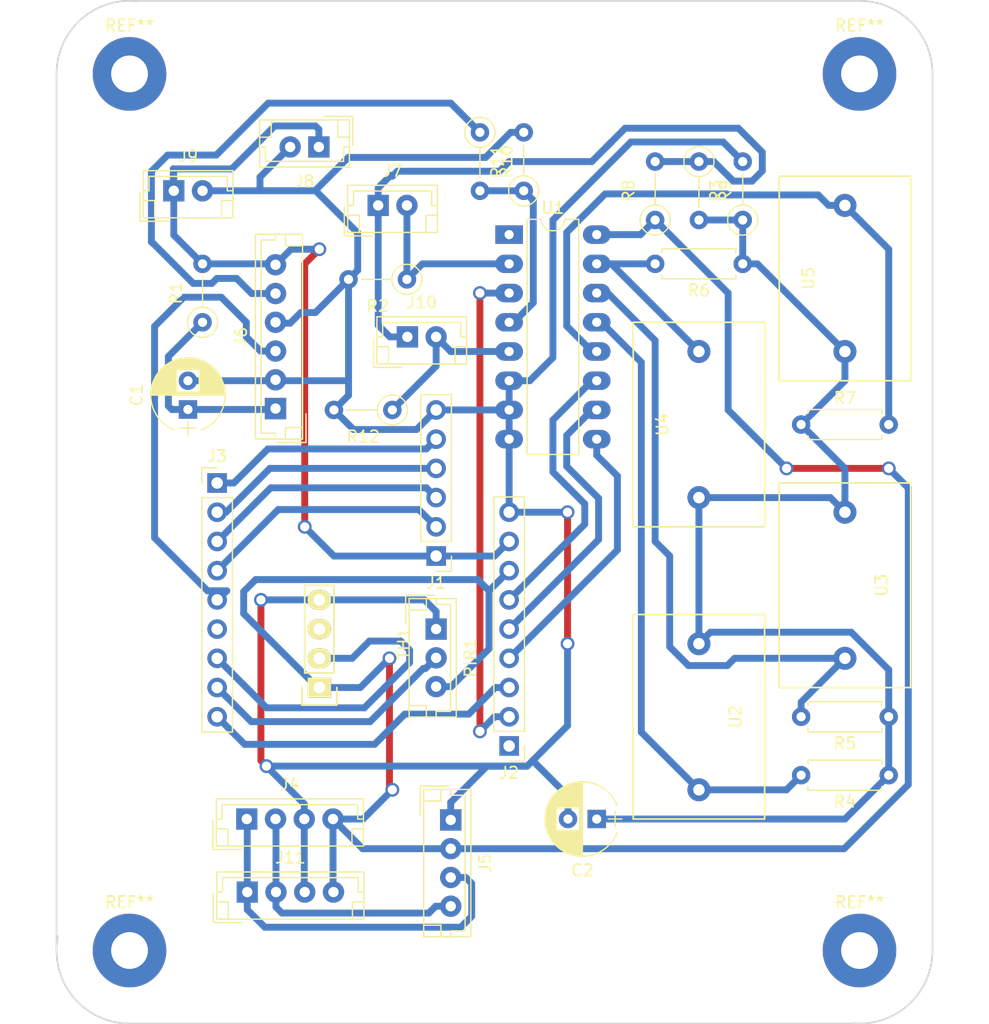
<source format=kicad_pcb>
(kicad_pcb (version 4) (host pcbnew 4.0.7)

  (general
    (links 0)
    (no_connects 0)
    (area 30.887999 24.537999 122.020001 115.924001)
    (thickness 1.6)
    (drawings 8)
    (tracks 320)
    (zones 0)
    (modules 36)
    (nets 33)
  )

  (page A4)
  (layers
    (0 F.Cu signal)
    (31 B.Cu signal)
    (32 B.Adhes user)
    (33 F.Adhes user)
    (34 B.Paste user)
    (35 F.Paste user)
    (36 B.SilkS user)
    (37 F.SilkS user)
    (38 B.Mask user)
    (39 F.Mask user)
    (40 Dwgs.User user)
    (41 Cmts.User user)
    (42 Eco1.User user)
    (43 Eco2.User user)
    (44 Edge.Cuts user)
    (45 Margin user)
    (46 B.CrtYd user)
    (47 F.CrtYd user)
    (48 B.Fab user)
    (49 F.Fab user)
  )

  (setup
    (last_trace_width 0.6)
    (trace_clearance 0.6)
    (zone_clearance 0.508)
    (zone_45_only no)
    (trace_min 0.2)
    (segment_width 0.2)
    (edge_width 0.15)
    (via_size 1.2)
    (via_drill 0.8)
    (via_min_size 0.4)
    (via_min_drill 0.3)
    (uvia_size 0.3)
    (uvia_drill 0.1)
    (uvias_allowed no)
    (uvia_min_size 0.2)
    (uvia_min_drill 0.1)
    (pcb_text_width 0.3)
    (pcb_text_size 1.5 1.5)
    (mod_edge_width 0.15)
    (mod_text_size 1 1)
    (mod_text_width 0.15)
    (pad_size 1.524 1.524)
    (pad_drill 0.762)
    (pad_to_mask_clearance 0.2)
    (aux_axis_origin 0 0)
    (visible_elements FFFFFF7F)
    (pcbplotparams
      (layerselection 0x00030_80000001)
      (usegerberextensions false)
      (excludeedgelayer true)
      (linewidth 0.100000)
      (plotframeref false)
      (viasonmask false)
      (mode 1)
      (useauxorigin false)
      (hpglpennumber 1)
      (hpglpenspeed 20)
      (hpglpendiameter 15)
      (hpglpenoverlay 2)
      (psnegative false)
      (psa4output false)
      (plotreference true)
      (plotvalue true)
      (plotinvisibletext false)
      (padsonsilk false)
      (subtractmaskfromsilk false)
      (outputformat 1)
      (mirror false)
      (drillshape 1)
      (scaleselection 1)
      (outputdirectory ""))
  )

  (net 0 "")
  (net 1 "Net-(C1-Pad1)")
  (net 2 GND)
  (net 3 "Net-(C2-Pad1)")
  (net 4 +5V)
  (net 5 Ch4)
  (net 6 Ch3)
  (net 7 Ch2)
  (net 8 Ch1)
  (net 9 "Net-(J2-Pad1)")
  (net 10 ADC)
  (net 11 GPIO16)
  (net 12 GPIO14)
  (net 13 GPIO12)
  (net 14 GPIO13)
  (net 15 +3V3)
  (net 16 DustSensor_LED)
  (net 17 "Net-(J3-Pad6)")
  (net 18 DTH22_data)
  (net 19 PIR_data)
  (net 20 SCL)
  (net 21 SDA)
  (net 22 "Net-(J6-Pad5)")
  (net 23 1V)
  (net 24 Ch1_ASensor)
  (net 25 DustSensor_Adata)
  (net 26 "Net-(TH1-Pad3)")
  (net 27 "Net-(U1-Pad1)")
  (net 28 Ch2_ASensor)
  (net 29 Ch3_ASensor)
  (net 30 Ch4_ASensor)
  (net 31 LDR_Adata)
  (net 32 Generic_Adata)

  (net_class Default "This is the default net class."
    (clearance 0.6)
    (trace_width 0.6)
    (via_dia 1.2)
    (via_drill 0.8)
    (uvia_dia 0.3)
    (uvia_drill 0.1)
    (add_net +3V3)
    (add_net +5V)
    (add_net 1V)
    (add_net ADC)
    (add_net Ch1)
    (add_net Ch1_ASensor)
    (add_net Ch2)
    (add_net Ch2_ASensor)
    (add_net Ch3)
    (add_net Ch3_ASensor)
    (add_net Ch4)
    (add_net Ch4_ASensor)
    (add_net DTH22_data)
    (add_net DustSensor_Adata)
    (add_net DustSensor_LED)
    (add_net GND)
    (add_net GPIO12)
    (add_net GPIO13)
    (add_net GPIO14)
    (add_net GPIO16)
    (add_net Generic_Adata)
    (add_net LDR_Adata)
    (add_net "Net-(C1-Pad1)")
    (add_net "Net-(C2-Pad1)")
    (add_net "Net-(J2-Pad1)")
    (add_net "Net-(J3-Pad6)")
    (add_net "Net-(J6-Pad5)")
    (add_net "Net-(TH1-Pad3)")
    (add_net "Net-(U1-Pad1)")
    (add_net PIR_data)
    (add_net SCL)
    (add_net SDA)
  )

  (module Mounting_Holes:MountingHole_3.2mm_M3_Pad (layer F.Cu) (tedit 56D1B4CB) (tstamp 5AA51112)
    (at 50.8 31.75)
    (descr "Mounting Hole 3.2mm, M3")
    (tags "mounting hole 3.2mm m3")
    (attr virtual)
    (fp_text reference REF** (at 0 -4.2) (layer F.SilkS)
      (effects (font (size 1 1) (thickness 0.15)))
    )
    (fp_text value MountingHole_3.2mm_M3_Pad (at 0 4.2) (layer F.Fab)
      (effects (font (size 1 1) (thickness 0.15)))
    )
    (fp_text user %R (at 0 1.27) (layer F.Fab)
      (effects (font (size 1 1) (thickness 0.15)))
    )
    (fp_circle (center 0 0) (end 3.2 0) (layer Cmts.User) (width 0.15))
    (fp_circle (center 0 0) (end 3.45 0) (layer F.CrtYd) (width 0.05))
    (pad 1 thru_hole circle (at 0 0) (size 6.4 6.4) (drill 3.2) (layers *.Cu *.Mask))
  )

  (module Mounting_Holes:MountingHole_3.2mm_M3_Pad (layer F.Cu) (tedit 56D1B4CB) (tstamp 5AA50A7B)
    (at 50.8 107.95)
    (descr "Mounting Hole 3.2mm, M3")
    (tags "mounting hole 3.2mm m3")
    (attr virtual)
    (fp_text reference REF** (at 0 -4.2) (layer F.SilkS)
      (effects (font (size 1 1) (thickness 0.15)))
    )
    (fp_text value MountingHole_3.2mm_M3_Pad (at 0 4.2) (layer F.Fab)
      (effects (font (size 1 1) (thickness 0.15)))
    )
    (fp_text user %R (at 0.3 0) (layer F.Fab)
      (effects (font (size 1 1) (thickness 0.15)))
    )
    (fp_circle (center 0 0) (end 3.2 0) (layer Cmts.User) (width 0.15))
    (fp_circle (center 0 0) (end 3.45 0) (layer F.CrtYd) (width 0.05))
    (pad 1 thru_hole circle (at 0 0) (size 6.4 6.4) (drill 3.2) (layers *.Cu *.Mask))
  )

  (module Mounting_Holes:MountingHole_3.2mm_M3_Pad (layer F.Cu) (tedit 56D1B4CB) (tstamp 5AA509E1)
    (at 114.3 107.95)
    (descr "Mounting Hole 3.2mm, M3")
    (tags "mounting hole 3.2mm m3")
    (attr virtual)
    (fp_text reference REF** (at 0 -4.2) (layer F.SilkS)
      (effects (font (size 1 1) (thickness 0.15)))
    )
    (fp_text value MountingHole_3.2mm_M3_Pad (at 0 4.2) (layer F.Fab)
      (effects (font (size 1 1) (thickness 0.15)))
    )
    (fp_text user %R (at 0.3 0) (layer F.Fab)
      (effects (font (size 1 1) (thickness 0.15)))
    )
    (fp_circle (center 0 0) (end 3.2 0) (layer Cmts.User) (width 0.15))
    (fp_circle (center 0 0) (end 3.45 0) (layer F.CrtYd) (width 0.05))
    (pad 1 thru_hole circle (at 0 0) (size 6.4 6.4) (drill 3.2) (layers *.Cu *.Mask))
  )

  (module Capacitors_THT:CP_Radial_D6.3mm_P2.50mm (layer F.Cu) (tedit 597BC7C2) (tstamp 5AA402C4)
    (at 55.88 60.92 90)
    (descr "CP, Radial series, Radial, pin pitch=2.50mm, , diameter=6.3mm, Electrolytic Capacitor")
    (tags "CP Radial series Radial pin pitch 2.50mm  diameter 6.3mm Electrolytic Capacitor")
    (path /5AA2229A)
    (fp_text reference C1 (at 1.25 -4.46 90) (layer F.SilkS)
      (effects (font (size 1 1) (thickness 0.15)))
    )
    (fp_text value 220uF (at 1.25 4.46 90) (layer F.Fab)
      (effects (font (size 1 1) (thickness 0.15)))
    )
    (fp_arc (start 1.25 0) (end -1.767482 -1.18) (angle 137.3) (layer F.SilkS) (width 0.12))
    (fp_arc (start 1.25 0) (end -1.767482 1.18) (angle -137.3) (layer F.SilkS) (width 0.12))
    (fp_arc (start 1.25 0) (end 4.267482 -1.18) (angle 42.7) (layer F.SilkS) (width 0.12))
    (fp_circle (center 1.25 0) (end 4.4 0) (layer F.Fab) (width 0.1))
    (fp_line (start -2.2 0) (end -1 0) (layer F.Fab) (width 0.1))
    (fp_line (start -1.6 -0.65) (end -1.6 0.65) (layer F.Fab) (width 0.1))
    (fp_line (start 1.25 -3.2) (end 1.25 3.2) (layer F.SilkS) (width 0.12))
    (fp_line (start 1.29 -3.2) (end 1.29 3.2) (layer F.SilkS) (width 0.12))
    (fp_line (start 1.33 -3.2) (end 1.33 3.2) (layer F.SilkS) (width 0.12))
    (fp_line (start 1.37 -3.198) (end 1.37 3.198) (layer F.SilkS) (width 0.12))
    (fp_line (start 1.41 -3.197) (end 1.41 3.197) (layer F.SilkS) (width 0.12))
    (fp_line (start 1.45 -3.194) (end 1.45 3.194) (layer F.SilkS) (width 0.12))
    (fp_line (start 1.49 -3.192) (end 1.49 3.192) (layer F.SilkS) (width 0.12))
    (fp_line (start 1.53 -3.188) (end 1.53 -0.98) (layer F.SilkS) (width 0.12))
    (fp_line (start 1.53 0.98) (end 1.53 3.188) (layer F.SilkS) (width 0.12))
    (fp_line (start 1.57 -3.185) (end 1.57 -0.98) (layer F.SilkS) (width 0.12))
    (fp_line (start 1.57 0.98) (end 1.57 3.185) (layer F.SilkS) (width 0.12))
    (fp_line (start 1.61 -3.18) (end 1.61 -0.98) (layer F.SilkS) (width 0.12))
    (fp_line (start 1.61 0.98) (end 1.61 3.18) (layer F.SilkS) (width 0.12))
    (fp_line (start 1.65 -3.176) (end 1.65 -0.98) (layer F.SilkS) (width 0.12))
    (fp_line (start 1.65 0.98) (end 1.65 3.176) (layer F.SilkS) (width 0.12))
    (fp_line (start 1.69 -3.17) (end 1.69 -0.98) (layer F.SilkS) (width 0.12))
    (fp_line (start 1.69 0.98) (end 1.69 3.17) (layer F.SilkS) (width 0.12))
    (fp_line (start 1.73 -3.165) (end 1.73 -0.98) (layer F.SilkS) (width 0.12))
    (fp_line (start 1.73 0.98) (end 1.73 3.165) (layer F.SilkS) (width 0.12))
    (fp_line (start 1.77 -3.158) (end 1.77 -0.98) (layer F.SilkS) (width 0.12))
    (fp_line (start 1.77 0.98) (end 1.77 3.158) (layer F.SilkS) (width 0.12))
    (fp_line (start 1.81 -3.152) (end 1.81 -0.98) (layer F.SilkS) (width 0.12))
    (fp_line (start 1.81 0.98) (end 1.81 3.152) (layer F.SilkS) (width 0.12))
    (fp_line (start 1.85 -3.144) (end 1.85 -0.98) (layer F.SilkS) (width 0.12))
    (fp_line (start 1.85 0.98) (end 1.85 3.144) (layer F.SilkS) (width 0.12))
    (fp_line (start 1.89 -3.137) (end 1.89 -0.98) (layer F.SilkS) (width 0.12))
    (fp_line (start 1.89 0.98) (end 1.89 3.137) (layer F.SilkS) (width 0.12))
    (fp_line (start 1.93 -3.128) (end 1.93 -0.98) (layer F.SilkS) (width 0.12))
    (fp_line (start 1.93 0.98) (end 1.93 3.128) (layer F.SilkS) (width 0.12))
    (fp_line (start 1.971 -3.119) (end 1.971 -0.98) (layer F.SilkS) (width 0.12))
    (fp_line (start 1.971 0.98) (end 1.971 3.119) (layer F.SilkS) (width 0.12))
    (fp_line (start 2.011 -3.11) (end 2.011 -0.98) (layer F.SilkS) (width 0.12))
    (fp_line (start 2.011 0.98) (end 2.011 3.11) (layer F.SilkS) (width 0.12))
    (fp_line (start 2.051 -3.1) (end 2.051 -0.98) (layer F.SilkS) (width 0.12))
    (fp_line (start 2.051 0.98) (end 2.051 3.1) (layer F.SilkS) (width 0.12))
    (fp_line (start 2.091 -3.09) (end 2.091 -0.98) (layer F.SilkS) (width 0.12))
    (fp_line (start 2.091 0.98) (end 2.091 3.09) (layer F.SilkS) (width 0.12))
    (fp_line (start 2.131 -3.079) (end 2.131 -0.98) (layer F.SilkS) (width 0.12))
    (fp_line (start 2.131 0.98) (end 2.131 3.079) (layer F.SilkS) (width 0.12))
    (fp_line (start 2.171 -3.067) (end 2.171 -0.98) (layer F.SilkS) (width 0.12))
    (fp_line (start 2.171 0.98) (end 2.171 3.067) (layer F.SilkS) (width 0.12))
    (fp_line (start 2.211 -3.055) (end 2.211 -0.98) (layer F.SilkS) (width 0.12))
    (fp_line (start 2.211 0.98) (end 2.211 3.055) (layer F.SilkS) (width 0.12))
    (fp_line (start 2.251 -3.042) (end 2.251 -0.98) (layer F.SilkS) (width 0.12))
    (fp_line (start 2.251 0.98) (end 2.251 3.042) (layer F.SilkS) (width 0.12))
    (fp_line (start 2.291 -3.029) (end 2.291 -0.98) (layer F.SilkS) (width 0.12))
    (fp_line (start 2.291 0.98) (end 2.291 3.029) (layer F.SilkS) (width 0.12))
    (fp_line (start 2.331 -3.015) (end 2.331 -0.98) (layer F.SilkS) (width 0.12))
    (fp_line (start 2.331 0.98) (end 2.331 3.015) (layer F.SilkS) (width 0.12))
    (fp_line (start 2.371 -3.001) (end 2.371 -0.98) (layer F.SilkS) (width 0.12))
    (fp_line (start 2.371 0.98) (end 2.371 3.001) (layer F.SilkS) (width 0.12))
    (fp_line (start 2.411 -2.986) (end 2.411 -0.98) (layer F.SilkS) (width 0.12))
    (fp_line (start 2.411 0.98) (end 2.411 2.986) (layer F.SilkS) (width 0.12))
    (fp_line (start 2.451 -2.97) (end 2.451 -0.98) (layer F.SilkS) (width 0.12))
    (fp_line (start 2.451 0.98) (end 2.451 2.97) (layer F.SilkS) (width 0.12))
    (fp_line (start 2.491 -2.954) (end 2.491 -0.98) (layer F.SilkS) (width 0.12))
    (fp_line (start 2.491 0.98) (end 2.491 2.954) (layer F.SilkS) (width 0.12))
    (fp_line (start 2.531 -2.937) (end 2.531 -0.98) (layer F.SilkS) (width 0.12))
    (fp_line (start 2.531 0.98) (end 2.531 2.937) (layer F.SilkS) (width 0.12))
    (fp_line (start 2.571 -2.919) (end 2.571 -0.98) (layer F.SilkS) (width 0.12))
    (fp_line (start 2.571 0.98) (end 2.571 2.919) (layer F.SilkS) (width 0.12))
    (fp_line (start 2.611 -2.901) (end 2.611 -0.98) (layer F.SilkS) (width 0.12))
    (fp_line (start 2.611 0.98) (end 2.611 2.901) (layer F.SilkS) (width 0.12))
    (fp_line (start 2.651 -2.882) (end 2.651 -0.98) (layer F.SilkS) (width 0.12))
    (fp_line (start 2.651 0.98) (end 2.651 2.882) (layer F.SilkS) (width 0.12))
    (fp_line (start 2.691 -2.863) (end 2.691 -0.98) (layer F.SilkS) (width 0.12))
    (fp_line (start 2.691 0.98) (end 2.691 2.863) (layer F.SilkS) (width 0.12))
    (fp_line (start 2.731 -2.843) (end 2.731 -0.98) (layer F.SilkS) (width 0.12))
    (fp_line (start 2.731 0.98) (end 2.731 2.843) (layer F.SilkS) (width 0.12))
    (fp_line (start 2.771 -2.822) (end 2.771 -0.98) (layer F.SilkS) (width 0.12))
    (fp_line (start 2.771 0.98) (end 2.771 2.822) (layer F.SilkS) (width 0.12))
    (fp_line (start 2.811 -2.8) (end 2.811 -0.98) (layer F.SilkS) (width 0.12))
    (fp_line (start 2.811 0.98) (end 2.811 2.8) (layer F.SilkS) (width 0.12))
    (fp_line (start 2.851 -2.778) (end 2.851 -0.98) (layer F.SilkS) (width 0.12))
    (fp_line (start 2.851 0.98) (end 2.851 2.778) (layer F.SilkS) (width 0.12))
    (fp_line (start 2.891 -2.755) (end 2.891 -0.98) (layer F.SilkS) (width 0.12))
    (fp_line (start 2.891 0.98) (end 2.891 2.755) (layer F.SilkS) (width 0.12))
    (fp_line (start 2.931 -2.731) (end 2.931 -0.98) (layer F.SilkS) (width 0.12))
    (fp_line (start 2.931 0.98) (end 2.931 2.731) (layer F.SilkS) (width 0.12))
    (fp_line (start 2.971 -2.706) (end 2.971 -0.98) (layer F.SilkS) (width 0.12))
    (fp_line (start 2.971 0.98) (end 2.971 2.706) (layer F.SilkS) (width 0.12))
    (fp_line (start 3.011 -2.681) (end 3.011 -0.98) (layer F.SilkS) (width 0.12))
    (fp_line (start 3.011 0.98) (end 3.011 2.681) (layer F.SilkS) (width 0.12))
    (fp_line (start 3.051 -2.654) (end 3.051 -0.98) (layer F.SilkS) (width 0.12))
    (fp_line (start 3.051 0.98) (end 3.051 2.654) (layer F.SilkS) (width 0.12))
    (fp_line (start 3.091 -2.627) (end 3.091 -0.98) (layer F.SilkS) (width 0.12))
    (fp_line (start 3.091 0.98) (end 3.091 2.627) (layer F.SilkS) (width 0.12))
    (fp_line (start 3.131 -2.599) (end 3.131 -0.98) (layer F.SilkS) (width 0.12))
    (fp_line (start 3.131 0.98) (end 3.131 2.599) (layer F.SilkS) (width 0.12))
    (fp_line (start 3.171 -2.57) (end 3.171 -0.98) (layer F.SilkS) (width 0.12))
    (fp_line (start 3.171 0.98) (end 3.171 2.57) (layer F.SilkS) (width 0.12))
    (fp_line (start 3.211 -2.54) (end 3.211 -0.98) (layer F.SilkS) (width 0.12))
    (fp_line (start 3.211 0.98) (end 3.211 2.54) (layer F.SilkS) (width 0.12))
    (fp_line (start 3.251 -2.51) (end 3.251 -0.98) (layer F.SilkS) (width 0.12))
    (fp_line (start 3.251 0.98) (end 3.251 2.51) (layer F.SilkS) (width 0.12))
    (fp_line (start 3.291 -2.478) (end 3.291 -0.98) (layer F.SilkS) (width 0.12))
    (fp_line (start 3.291 0.98) (end 3.291 2.478) (layer F.SilkS) (width 0.12))
    (fp_line (start 3.331 -2.445) (end 3.331 -0.98) (layer F.SilkS) (width 0.12))
    (fp_line (start 3.331 0.98) (end 3.331 2.445) (layer F.SilkS) (width 0.12))
    (fp_line (start 3.371 -2.411) (end 3.371 -0.98) (layer F.SilkS) (width 0.12))
    (fp_line (start 3.371 0.98) (end 3.371 2.411) (layer F.SilkS) (width 0.12))
    (fp_line (start 3.411 -2.375) (end 3.411 -0.98) (layer F.SilkS) (width 0.12))
    (fp_line (start 3.411 0.98) (end 3.411 2.375) (layer F.SilkS) (width 0.12))
    (fp_line (start 3.451 -2.339) (end 3.451 -0.98) (layer F.SilkS) (width 0.12))
    (fp_line (start 3.451 0.98) (end 3.451 2.339) (layer F.SilkS) (width 0.12))
    (fp_line (start 3.491 -2.301) (end 3.491 2.301) (layer F.SilkS) (width 0.12))
    (fp_line (start 3.531 -2.262) (end 3.531 2.262) (layer F.SilkS) (width 0.12))
    (fp_line (start 3.571 -2.222) (end 3.571 2.222) (layer F.SilkS) (width 0.12))
    (fp_line (start 3.611 -2.18) (end 3.611 2.18) (layer F.SilkS) (width 0.12))
    (fp_line (start 3.651 -2.137) (end 3.651 2.137) (layer F.SilkS) (width 0.12))
    (fp_line (start 3.691 -2.092) (end 3.691 2.092) (layer F.SilkS) (width 0.12))
    (fp_line (start 3.731 -2.045) (end 3.731 2.045) (layer F.SilkS) (width 0.12))
    (fp_line (start 3.771 -1.997) (end 3.771 1.997) (layer F.SilkS) (width 0.12))
    (fp_line (start 3.811 -1.946) (end 3.811 1.946) (layer F.SilkS) (width 0.12))
    (fp_line (start 3.851 -1.894) (end 3.851 1.894) (layer F.SilkS) (width 0.12))
    (fp_line (start 3.891 -1.839) (end 3.891 1.839) (layer F.SilkS) (width 0.12))
    (fp_line (start 3.931 -1.781) (end 3.931 1.781) (layer F.SilkS) (width 0.12))
    (fp_line (start 3.971 -1.721) (end 3.971 1.721) (layer F.SilkS) (width 0.12))
    (fp_line (start 4.011 -1.658) (end 4.011 1.658) (layer F.SilkS) (width 0.12))
    (fp_line (start 4.051 -1.591) (end 4.051 1.591) (layer F.SilkS) (width 0.12))
    (fp_line (start 4.091 -1.52) (end 4.091 1.52) (layer F.SilkS) (width 0.12))
    (fp_line (start 4.131 -1.445) (end 4.131 1.445) (layer F.SilkS) (width 0.12))
    (fp_line (start 4.171 -1.364) (end 4.171 1.364) (layer F.SilkS) (width 0.12))
    (fp_line (start 4.211 -1.278) (end 4.211 1.278) (layer F.SilkS) (width 0.12))
    (fp_line (start 4.251 -1.184) (end 4.251 1.184) (layer F.SilkS) (width 0.12))
    (fp_line (start 4.291 -1.081) (end 4.291 1.081) (layer F.SilkS) (width 0.12))
    (fp_line (start 4.331 -0.966) (end 4.331 0.966) (layer F.SilkS) (width 0.12))
    (fp_line (start 4.371 -0.834) (end 4.371 0.834) (layer F.SilkS) (width 0.12))
    (fp_line (start 4.411 -0.676) (end 4.411 0.676) (layer F.SilkS) (width 0.12))
    (fp_line (start 4.451 -0.468) (end 4.451 0.468) (layer F.SilkS) (width 0.12))
    (fp_line (start -2.2 0) (end -1 0) (layer F.SilkS) (width 0.12))
    (fp_line (start -1.6 -0.65) (end -1.6 0.65) (layer F.SilkS) (width 0.12))
    (fp_line (start -2.25 -3.5) (end -2.25 3.5) (layer F.CrtYd) (width 0.05))
    (fp_line (start -2.25 3.5) (end 4.75 3.5) (layer F.CrtYd) (width 0.05))
    (fp_line (start 4.75 3.5) (end 4.75 -3.5) (layer F.CrtYd) (width 0.05))
    (fp_line (start 4.75 -3.5) (end -2.25 -3.5) (layer F.CrtYd) (width 0.05))
    (fp_text user %R (at 1.25 0 180) (layer F.Fab)
      (effects (font (size 1 1) (thickness 0.15)))
    )
    (pad 1 thru_hole rect (at 0 0 90) (size 1.6 1.6) (drill 0.8) (layers *.Cu *.Mask)
      (net 1 "Net-(C1-Pad1)"))
    (pad 2 thru_hole circle (at 2.5 0 90) (size 1.6 1.6) (drill 0.8) (layers *.Cu *.Mask)
      (net 2 GND))
    (model ${KISYS3DMOD}/Capacitors_THT.3dshapes/CP_Radial_D6.3mm_P2.50mm.wrl
      (at (xyz 0 0 0))
      (scale (xyz 1 1 1))
      (rotate (xyz 0 0 0))
    )
  )

  (module Capacitors_THT:CP_Radial_D6.3mm_P2.50mm (layer F.Cu) (tedit 597BC7C2) (tstamp 5AA402CA)
    (at 91.44 96.52 180)
    (descr "CP, Radial series, Radial, pin pitch=2.50mm, , diameter=6.3mm, Electrolytic Capacitor")
    (tags "CP Radial series Radial pin pitch 2.50mm  diameter 6.3mm Electrolytic Capacitor")
    (path /5AA24A60)
    (fp_text reference C2 (at 1.25 -4.46 180) (layer F.SilkS)
      (effects (font (size 1 1) (thickness 0.15)))
    )
    (fp_text value 10uF (at 1.25 4.46 180) (layer F.Fab)
      (effects (font (size 1 1) (thickness 0.15)))
    )
    (fp_arc (start 1.25 0) (end -1.767482 -1.18) (angle 137.3) (layer F.SilkS) (width 0.12))
    (fp_arc (start 1.25 0) (end -1.767482 1.18) (angle -137.3) (layer F.SilkS) (width 0.12))
    (fp_arc (start 1.25 0) (end 4.267482 -1.18) (angle 42.7) (layer F.SilkS) (width 0.12))
    (fp_circle (center 1.25 0) (end 4.4 0) (layer F.Fab) (width 0.1))
    (fp_line (start -2.2 0) (end -1 0) (layer F.Fab) (width 0.1))
    (fp_line (start -1.6 -0.65) (end -1.6 0.65) (layer F.Fab) (width 0.1))
    (fp_line (start 1.25 -3.2) (end 1.25 3.2) (layer F.SilkS) (width 0.12))
    (fp_line (start 1.29 -3.2) (end 1.29 3.2) (layer F.SilkS) (width 0.12))
    (fp_line (start 1.33 -3.2) (end 1.33 3.2) (layer F.SilkS) (width 0.12))
    (fp_line (start 1.37 -3.198) (end 1.37 3.198) (layer F.SilkS) (width 0.12))
    (fp_line (start 1.41 -3.197) (end 1.41 3.197) (layer F.SilkS) (width 0.12))
    (fp_line (start 1.45 -3.194) (end 1.45 3.194) (layer F.SilkS) (width 0.12))
    (fp_line (start 1.49 -3.192) (end 1.49 3.192) (layer F.SilkS) (width 0.12))
    (fp_line (start 1.53 -3.188) (end 1.53 -0.98) (layer F.SilkS) (width 0.12))
    (fp_line (start 1.53 0.98) (end 1.53 3.188) (layer F.SilkS) (width 0.12))
    (fp_line (start 1.57 -3.185) (end 1.57 -0.98) (layer F.SilkS) (width 0.12))
    (fp_line (start 1.57 0.98) (end 1.57 3.185) (layer F.SilkS) (width 0.12))
    (fp_line (start 1.61 -3.18) (end 1.61 -0.98) (layer F.SilkS) (width 0.12))
    (fp_line (start 1.61 0.98) (end 1.61 3.18) (layer F.SilkS) (width 0.12))
    (fp_line (start 1.65 -3.176) (end 1.65 -0.98) (layer F.SilkS) (width 0.12))
    (fp_line (start 1.65 0.98) (end 1.65 3.176) (layer F.SilkS) (width 0.12))
    (fp_line (start 1.69 -3.17) (end 1.69 -0.98) (layer F.SilkS) (width 0.12))
    (fp_line (start 1.69 0.98) (end 1.69 3.17) (layer F.SilkS) (width 0.12))
    (fp_line (start 1.73 -3.165) (end 1.73 -0.98) (layer F.SilkS) (width 0.12))
    (fp_line (start 1.73 0.98) (end 1.73 3.165) (layer F.SilkS) (width 0.12))
    (fp_line (start 1.77 -3.158) (end 1.77 -0.98) (layer F.SilkS) (width 0.12))
    (fp_line (start 1.77 0.98) (end 1.77 3.158) (layer F.SilkS) (width 0.12))
    (fp_line (start 1.81 -3.152) (end 1.81 -0.98) (layer F.SilkS) (width 0.12))
    (fp_line (start 1.81 0.98) (end 1.81 3.152) (layer F.SilkS) (width 0.12))
    (fp_line (start 1.85 -3.144) (end 1.85 -0.98) (layer F.SilkS) (width 0.12))
    (fp_line (start 1.85 0.98) (end 1.85 3.144) (layer F.SilkS) (width 0.12))
    (fp_line (start 1.89 -3.137) (end 1.89 -0.98) (layer F.SilkS) (width 0.12))
    (fp_line (start 1.89 0.98) (end 1.89 3.137) (layer F.SilkS) (width 0.12))
    (fp_line (start 1.93 -3.128) (end 1.93 -0.98) (layer F.SilkS) (width 0.12))
    (fp_line (start 1.93 0.98) (end 1.93 3.128) (layer F.SilkS) (width 0.12))
    (fp_line (start 1.971 -3.119) (end 1.971 -0.98) (layer F.SilkS) (width 0.12))
    (fp_line (start 1.971 0.98) (end 1.971 3.119) (layer F.SilkS) (width 0.12))
    (fp_line (start 2.011 -3.11) (end 2.011 -0.98) (layer F.SilkS) (width 0.12))
    (fp_line (start 2.011 0.98) (end 2.011 3.11) (layer F.SilkS) (width 0.12))
    (fp_line (start 2.051 -3.1) (end 2.051 -0.98) (layer F.SilkS) (width 0.12))
    (fp_line (start 2.051 0.98) (end 2.051 3.1) (layer F.SilkS) (width 0.12))
    (fp_line (start 2.091 -3.09) (end 2.091 -0.98) (layer F.SilkS) (width 0.12))
    (fp_line (start 2.091 0.98) (end 2.091 3.09) (layer F.SilkS) (width 0.12))
    (fp_line (start 2.131 -3.079) (end 2.131 -0.98) (layer F.SilkS) (width 0.12))
    (fp_line (start 2.131 0.98) (end 2.131 3.079) (layer F.SilkS) (width 0.12))
    (fp_line (start 2.171 -3.067) (end 2.171 -0.98) (layer F.SilkS) (width 0.12))
    (fp_line (start 2.171 0.98) (end 2.171 3.067) (layer F.SilkS) (width 0.12))
    (fp_line (start 2.211 -3.055) (end 2.211 -0.98) (layer F.SilkS) (width 0.12))
    (fp_line (start 2.211 0.98) (end 2.211 3.055) (layer F.SilkS) (width 0.12))
    (fp_line (start 2.251 -3.042) (end 2.251 -0.98) (layer F.SilkS) (width 0.12))
    (fp_line (start 2.251 0.98) (end 2.251 3.042) (layer F.SilkS) (width 0.12))
    (fp_line (start 2.291 -3.029) (end 2.291 -0.98) (layer F.SilkS) (width 0.12))
    (fp_line (start 2.291 0.98) (end 2.291 3.029) (layer F.SilkS) (width 0.12))
    (fp_line (start 2.331 -3.015) (end 2.331 -0.98) (layer F.SilkS) (width 0.12))
    (fp_line (start 2.331 0.98) (end 2.331 3.015) (layer F.SilkS) (width 0.12))
    (fp_line (start 2.371 -3.001) (end 2.371 -0.98) (layer F.SilkS) (width 0.12))
    (fp_line (start 2.371 0.98) (end 2.371 3.001) (layer F.SilkS) (width 0.12))
    (fp_line (start 2.411 -2.986) (end 2.411 -0.98) (layer F.SilkS) (width 0.12))
    (fp_line (start 2.411 0.98) (end 2.411 2.986) (layer F.SilkS) (width 0.12))
    (fp_line (start 2.451 -2.97) (end 2.451 -0.98) (layer F.SilkS) (width 0.12))
    (fp_line (start 2.451 0.98) (end 2.451 2.97) (layer F.SilkS) (width 0.12))
    (fp_line (start 2.491 -2.954) (end 2.491 -0.98) (layer F.SilkS) (width 0.12))
    (fp_line (start 2.491 0.98) (end 2.491 2.954) (layer F.SilkS) (width 0.12))
    (fp_line (start 2.531 -2.937) (end 2.531 -0.98) (layer F.SilkS) (width 0.12))
    (fp_line (start 2.531 0.98) (end 2.531 2.937) (layer F.SilkS) (width 0.12))
    (fp_line (start 2.571 -2.919) (end 2.571 -0.98) (layer F.SilkS) (width 0.12))
    (fp_line (start 2.571 0.98) (end 2.571 2.919) (layer F.SilkS) (width 0.12))
    (fp_line (start 2.611 -2.901) (end 2.611 -0.98) (layer F.SilkS) (width 0.12))
    (fp_line (start 2.611 0.98) (end 2.611 2.901) (layer F.SilkS) (width 0.12))
    (fp_line (start 2.651 -2.882) (end 2.651 -0.98) (layer F.SilkS) (width 0.12))
    (fp_line (start 2.651 0.98) (end 2.651 2.882) (layer F.SilkS) (width 0.12))
    (fp_line (start 2.691 -2.863) (end 2.691 -0.98) (layer F.SilkS) (width 0.12))
    (fp_line (start 2.691 0.98) (end 2.691 2.863) (layer F.SilkS) (width 0.12))
    (fp_line (start 2.731 -2.843) (end 2.731 -0.98) (layer F.SilkS) (width 0.12))
    (fp_line (start 2.731 0.98) (end 2.731 2.843) (layer F.SilkS) (width 0.12))
    (fp_line (start 2.771 -2.822) (end 2.771 -0.98) (layer F.SilkS) (width 0.12))
    (fp_line (start 2.771 0.98) (end 2.771 2.822) (layer F.SilkS) (width 0.12))
    (fp_line (start 2.811 -2.8) (end 2.811 -0.98) (layer F.SilkS) (width 0.12))
    (fp_line (start 2.811 0.98) (end 2.811 2.8) (layer F.SilkS) (width 0.12))
    (fp_line (start 2.851 -2.778) (end 2.851 -0.98) (layer F.SilkS) (width 0.12))
    (fp_line (start 2.851 0.98) (end 2.851 2.778) (layer F.SilkS) (width 0.12))
    (fp_line (start 2.891 -2.755) (end 2.891 -0.98) (layer F.SilkS) (width 0.12))
    (fp_line (start 2.891 0.98) (end 2.891 2.755) (layer F.SilkS) (width 0.12))
    (fp_line (start 2.931 -2.731) (end 2.931 -0.98) (layer F.SilkS) (width 0.12))
    (fp_line (start 2.931 0.98) (end 2.931 2.731) (layer F.SilkS) (width 0.12))
    (fp_line (start 2.971 -2.706) (end 2.971 -0.98) (layer F.SilkS) (width 0.12))
    (fp_line (start 2.971 0.98) (end 2.971 2.706) (layer F.SilkS) (width 0.12))
    (fp_line (start 3.011 -2.681) (end 3.011 -0.98) (layer F.SilkS) (width 0.12))
    (fp_line (start 3.011 0.98) (end 3.011 2.681) (layer F.SilkS) (width 0.12))
    (fp_line (start 3.051 -2.654) (end 3.051 -0.98) (layer F.SilkS) (width 0.12))
    (fp_line (start 3.051 0.98) (end 3.051 2.654) (layer F.SilkS) (width 0.12))
    (fp_line (start 3.091 -2.627) (end 3.091 -0.98) (layer F.SilkS) (width 0.12))
    (fp_line (start 3.091 0.98) (end 3.091 2.627) (layer F.SilkS) (width 0.12))
    (fp_line (start 3.131 -2.599) (end 3.131 -0.98) (layer F.SilkS) (width 0.12))
    (fp_line (start 3.131 0.98) (end 3.131 2.599) (layer F.SilkS) (width 0.12))
    (fp_line (start 3.171 -2.57) (end 3.171 -0.98) (layer F.SilkS) (width 0.12))
    (fp_line (start 3.171 0.98) (end 3.171 2.57) (layer F.SilkS) (width 0.12))
    (fp_line (start 3.211 -2.54) (end 3.211 -0.98) (layer F.SilkS) (width 0.12))
    (fp_line (start 3.211 0.98) (end 3.211 2.54) (layer F.SilkS) (width 0.12))
    (fp_line (start 3.251 -2.51) (end 3.251 -0.98) (layer F.SilkS) (width 0.12))
    (fp_line (start 3.251 0.98) (end 3.251 2.51) (layer F.SilkS) (width 0.12))
    (fp_line (start 3.291 -2.478) (end 3.291 -0.98) (layer F.SilkS) (width 0.12))
    (fp_line (start 3.291 0.98) (end 3.291 2.478) (layer F.SilkS) (width 0.12))
    (fp_line (start 3.331 -2.445) (end 3.331 -0.98) (layer F.SilkS) (width 0.12))
    (fp_line (start 3.331 0.98) (end 3.331 2.445) (layer F.SilkS) (width 0.12))
    (fp_line (start 3.371 -2.411) (end 3.371 -0.98) (layer F.SilkS) (width 0.12))
    (fp_line (start 3.371 0.98) (end 3.371 2.411) (layer F.SilkS) (width 0.12))
    (fp_line (start 3.411 -2.375) (end 3.411 -0.98) (layer F.SilkS) (width 0.12))
    (fp_line (start 3.411 0.98) (end 3.411 2.375) (layer F.SilkS) (width 0.12))
    (fp_line (start 3.451 -2.339) (end 3.451 -0.98) (layer F.SilkS) (width 0.12))
    (fp_line (start 3.451 0.98) (end 3.451 2.339) (layer F.SilkS) (width 0.12))
    (fp_line (start 3.491 -2.301) (end 3.491 2.301) (layer F.SilkS) (width 0.12))
    (fp_line (start 3.531 -2.262) (end 3.531 2.262) (layer F.SilkS) (width 0.12))
    (fp_line (start 3.571 -2.222) (end 3.571 2.222) (layer F.SilkS) (width 0.12))
    (fp_line (start 3.611 -2.18) (end 3.611 2.18) (layer F.SilkS) (width 0.12))
    (fp_line (start 3.651 -2.137) (end 3.651 2.137) (layer F.SilkS) (width 0.12))
    (fp_line (start 3.691 -2.092) (end 3.691 2.092) (layer F.SilkS) (width 0.12))
    (fp_line (start 3.731 -2.045) (end 3.731 2.045) (layer F.SilkS) (width 0.12))
    (fp_line (start 3.771 -1.997) (end 3.771 1.997) (layer F.SilkS) (width 0.12))
    (fp_line (start 3.811 -1.946) (end 3.811 1.946) (layer F.SilkS) (width 0.12))
    (fp_line (start 3.851 -1.894) (end 3.851 1.894) (layer F.SilkS) (width 0.12))
    (fp_line (start 3.891 -1.839) (end 3.891 1.839) (layer F.SilkS) (width 0.12))
    (fp_line (start 3.931 -1.781) (end 3.931 1.781) (layer F.SilkS) (width 0.12))
    (fp_line (start 3.971 -1.721) (end 3.971 1.721) (layer F.SilkS) (width 0.12))
    (fp_line (start 4.011 -1.658) (end 4.011 1.658) (layer F.SilkS) (width 0.12))
    (fp_line (start 4.051 -1.591) (end 4.051 1.591) (layer F.SilkS) (width 0.12))
    (fp_line (start 4.091 -1.52) (end 4.091 1.52) (layer F.SilkS) (width 0.12))
    (fp_line (start 4.131 -1.445) (end 4.131 1.445) (layer F.SilkS) (width 0.12))
    (fp_line (start 4.171 -1.364) (end 4.171 1.364) (layer F.SilkS) (width 0.12))
    (fp_line (start 4.211 -1.278) (end 4.211 1.278) (layer F.SilkS) (width 0.12))
    (fp_line (start 4.251 -1.184) (end 4.251 1.184) (layer F.SilkS) (width 0.12))
    (fp_line (start 4.291 -1.081) (end 4.291 1.081) (layer F.SilkS) (width 0.12))
    (fp_line (start 4.331 -0.966) (end 4.331 0.966) (layer F.SilkS) (width 0.12))
    (fp_line (start 4.371 -0.834) (end 4.371 0.834) (layer F.SilkS) (width 0.12))
    (fp_line (start 4.411 -0.676) (end 4.411 0.676) (layer F.SilkS) (width 0.12))
    (fp_line (start 4.451 -0.468) (end 4.451 0.468) (layer F.SilkS) (width 0.12))
    (fp_line (start -2.2 0) (end -1 0) (layer F.SilkS) (width 0.12))
    (fp_line (start -1.6 -0.65) (end -1.6 0.65) (layer F.SilkS) (width 0.12))
    (fp_line (start -2.25 -3.5) (end -2.25 3.5) (layer F.CrtYd) (width 0.05))
    (fp_line (start -2.25 3.5) (end 4.75 3.5) (layer F.CrtYd) (width 0.05))
    (fp_line (start 4.75 3.5) (end 4.75 -3.5) (layer F.CrtYd) (width 0.05))
    (fp_line (start 4.75 -3.5) (end -2.25 -3.5) (layer F.CrtYd) (width 0.05))
    (fp_text user %R (at 1.25 0 180) (layer F.Fab)
      (effects (font (size 1 1) (thickness 0.15)))
    )
    (pad 1 thru_hole rect (at 0 0 180) (size 1.6 1.6) (drill 0.8) (layers *.Cu *.Mask)
      (net 3 "Net-(C2-Pad1)"))
    (pad 2 thru_hole circle (at 2.5 0 180) (size 1.6 1.6) (drill 0.8) (layers *.Cu *.Mask)
      (net 2 GND))
    (model ${KISYS3DMOD}/Capacitors_THT.3dshapes/CP_Radial_D6.3mm_P2.50mm.wrl
      (at (xyz 0 0 0))
      (scale (xyz 1 1 1))
      (rotate (xyz 0 0 0))
    )
  )

  (module Pin_Headers:Pin_Header_Straight_1x06_Pitch2.54mm (layer F.Cu) (tedit 59650532) (tstamp 5AA402D4)
    (at 77.47 73.66 180)
    (descr "Through hole straight pin header, 1x06, 2.54mm pitch, single row")
    (tags "Through hole pin header THT 1x06 2.54mm single row")
    (path /5AA22C83)
    (fp_text reference J1 (at 0 -2.33 180) (layer F.SilkS)
      (effects (font (size 1 1) (thickness 0.15)))
    )
    (fp_text value 4ChRelayBoard (at 0 15.03 180) (layer F.Fab)
      (effects (font (size 1 1) (thickness 0.15)))
    )
    (fp_line (start -0.635 -1.27) (end 1.27 -1.27) (layer F.Fab) (width 0.1))
    (fp_line (start 1.27 -1.27) (end 1.27 13.97) (layer F.Fab) (width 0.1))
    (fp_line (start 1.27 13.97) (end -1.27 13.97) (layer F.Fab) (width 0.1))
    (fp_line (start -1.27 13.97) (end -1.27 -0.635) (layer F.Fab) (width 0.1))
    (fp_line (start -1.27 -0.635) (end -0.635 -1.27) (layer F.Fab) (width 0.1))
    (fp_line (start -1.33 14.03) (end 1.33 14.03) (layer F.SilkS) (width 0.12))
    (fp_line (start -1.33 1.27) (end -1.33 14.03) (layer F.SilkS) (width 0.12))
    (fp_line (start 1.33 1.27) (end 1.33 14.03) (layer F.SilkS) (width 0.12))
    (fp_line (start -1.33 1.27) (end 1.33 1.27) (layer F.SilkS) (width 0.12))
    (fp_line (start -1.33 0) (end -1.33 -1.33) (layer F.SilkS) (width 0.12))
    (fp_line (start -1.33 -1.33) (end 0 -1.33) (layer F.SilkS) (width 0.12))
    (fp_line (start -1.8 -1.8) (end -1.8 14.5) (layer F.CrtYd) (width 0.05))
    (fp_line (start -1.8 14.5) (end 1.8 14.5) (layer F.CrtYd) (width 0.05))
    (fp_line (start 1.8 14.5) (end 1.8 -1.8) (layer F.CrtYd) (width 0.05))
    (fp_line (start 1.8 -1.8) (end -1.8 -1.8) (layer F.CrtYd) (width 0.05))
    (fp_text user %R (at 0 6.35 270) (layer F.Fab)
      (effects (font (size 1 1) (thickness 0.15)))
    )
    (pad 1 thru_hole rect (at 0 0 180) (size 1.7 1.7) (drill 1) (layers *.Cu *.Mask)
      (net 4 +5V))
    (pad 2 thru_hole oval (at 0 2.54 180) (size 1.7 1.7) (drill 1) (layers *.Cu *.Mask)
      (net 5 Ch4))
    (pad 3 thru_hole oval (at 0 5.08 180) (size 1.7 1.7) (drill 1) (layers *.Cu *.Mask)
      (net 6 Ch3))
    (pad 4 thru_hole oval (at 0 7.62 180) (size 1.7 1.7) (drill 1) (layers *.Cu *.Mask)
      (net 7 Ch2))
    (pad 5 thru_hole oval (at 0 10.16 180) (size 1.7 1.7) (drill 1) (layers *.Cu *.Mask)
      (net 8 Ch1))
    (pad 6 thru_hole oval (at 0 12.7 180) (size 1.7 1.7) (drill 1) (layers *.Cu *.Mask)
      (net 2 GND))
    (model ${KISYS3DMOD}/Pin_Headers.3dshapes/Pin_Header_Straight_1x06_Pitch2.54mm.wrl
      (at (xyz 0 0 0))
      (scale (xyz 1 1 1))
      (rotate (xyz 0 0 0))
    )
  )

  (module Pin_Headers:Pin_Header_Straight_1x09_Pitch2.54mm (layer F.Cu) (tedit 59650532) (tstamp 5AA402E1)
    (at 83.82 90.17 180)
    (descr "Through hole straight pin header, 1x09, 2.54mm pitch, single row")
    (tags "Through hole pin header THT 1x09 2.54mm single row")
    (path /5AA13F06)
    (fp_text reference J2 (at 0 -2.33 180) (layer F.SilkS)
      (effects (font (size 1 1) (thickness 0.15)))
    )
    (fp_text value GPIOBusFromMboard (at 0 22.65 180) (layer F.Fab)
      (effects (font (size 1 1) (thickness 0.15)))
    )
    (fp_line (start -0.635 -1.27) (end 1.27 -1.27) (layer F.Fab) (width 0.1))
    (fp_line (start 1.27 -1.27) (end 1.27 21.59) (layer F.Fab) (width 0.1))
    (fp_line (start 1.27 21.59) (end -1.27 21.59) (layer F.Fab) (width 0.1))
    (fp_line (start -1.27 21.59) (end -1.27 -0.635) (layer F.Fab) (width 0.1))
    (fp_line (start -1.27 -0.635) (end -0.635 -1.27) (layer F.Fab) (width 0.1))
    (fp_line (start -1.33 21.65) (end 1.33 21.65) (layer F.SilkS) (width 0.12))
    (fp_line (start -1.33 1.27) (end -1.33 21.65) (layer F.SilkS) (width 0.12))
    (fp_line (start 1.33 1.27) (end 1.33 21.65) (layer F.SilkS) (width 0.12))
    (fp_line (start -1.33 1.27) (end 1.33 1.27) (layer F.SilkS) (width 0.12))
    (fp_line (start -1.33 0) (end -1.33 -1.33) (layer F.SilkS) (width 0.12))
    (fp_line (start -1.33 -1.33) (end 0 -1.33) (layer F.SilkS) (width 0.12))
    (fp_line (start -1.8 -1.8) (end -1.8 22.1) (layer F.CrtYd) (width 0.05))
    (fp_line (start -1.8 22.1) (end 1.8 22.1) (layer F.CrtYd) (width 0.05))
    (fp_line (start 1.8 22.1) (end 1.8 -1.8) (layer F.CrtYd) (width 0.05))
    (fp_line (start 1.8 -1.8) (end -1.8 -1.8) (layer F.CrtYd) (width 0.05))
    (fp_text user %R (at 0 10.16 270) (layer F.Fab)
      (effects (font (size 1 1) (thickness 0.15)))
    )
    (pad 1 thru_hole rect (at 0 0 180) (size 1.7 1.7) (drill 1) (layers *.Cu *.Mask)
      (net 9 "Net-(J2-Pad1)"))
    (pad 2 thru_hole oval (at 0 2.54 180) (size 1.7 1.7) (drill 1) (layers *.Cu *.Mask)
      (net 10 ADC))
    (pad 3 thru_hole oval (at 0 5.08 180) (size 1.7 1.7) (drill 1) (layers *.Cu *.Mask)
      (net 11 GPIO16))
    (pad 4 thru_hole oval (at 0 7.62 180) (size 1.7 1.7) (drill 1) (layers *.Cu *.Mask)
      (net 12 GPIO14))
    (pad 5 thru_hole oval (at 0 10.16 180) (size 1.7 1.7) (drill 1) (layers *.Cu *.Mask)
      (net 13 GPIO12))
    (pad 6 thru_hole oval (at 0 12.7 180) (size 1.7 1.7) (drill 1) (layers *.Cu *.Mask)
      (net 14 GPIO13))
    (pad 7 thru_hole oval (at 0 15.24 180) (size 1.7 1.7) (drill 1) (layers *.Cu *.Mask)
      (net 15 +3V3))
    (pad 8 thru_hole oval (at 0 17.78 180) (size 1.7 1.7) (drill 1) (layers *.Cu *.Mask)
      (net 4 +5V))
    (pad 9 thru_hole oval (at 0 20.32 180) (size 1.7 1.7) (drill 1) (layers *.Cu *.Mask)
      (net 2 GND))
    (model ${KISYS3DMOD}/Pin_Headers.3dshapes/Pin_Header_Straight_1x09_Pitch2.54mm.wrl
      (at (xyz 0 0 0))
      (scale (xyz 1 1 1))
      (rotate (xyz 0 0 0))
    )
  )

  (module Pin_Headers:Pin_Header_Straight_1x09_Pitch2.54mm (layer F.Cu) (tedit 59650532) (tstamp 5AA402EE)
    (at 58.42 67.31)
    (descr "Through hole straight pin header, 1x09, 2.54mm pitch, single row")
    (tags "Through hole pin header THT 1x09 2.54mm single row")
    (path /5AA229A7)
    (fp_text reference J3 (at 0 -2.33) (layer F.SilkS)
      (effects (font (size 1 1) (thickness 0.15)))
    )
    (fp_text value "I2C IO Expander" (at 0 22.65) (layer F.Fab)
      (effects (font (size 1 1) (thickness 0.15)))
    )
    (fp_line (start -0.635 -1.27) (end 1.27 -1.27) (layer F.Fab) (width 0.1))
    (fp_line (start 1.27 -1.27) (end 1.27 21.59) (layer F.Fab) (width 0.1))
    (fp_line (start 1.27 21.59) (end -1.27 21.59) (layer F.Fab) (width 0.1))
    (fp_line (start -1.27 21.59) (end -1.27 -0.635) (layer F.Fab) (width 0.1))
    (fp_line (start -1.27 -0.635) (end -0.635 -1.27) (layer F.Fab) (width 0.1))
    (fp_line (start -1.33 21.65) (end 1.33 21.65) (layer F.SilkS) (width 0.12))
    (fp_line (start -1.33 1.27) (end -1.33 21.65) (layer F.SilkS) (width 0.12))
    (fp_line (start 1.33 1.27) (end 1.33 21.65) (layer F.SilkS) (width 0.12))
    (fp_line (start -1.33 1.27) (end 1.33 1.27) (layer F.SilkS) (width 0.12))
    (fp_line (start -1.33 0) (end -1.33 -1.33) (layer F.SilkS) (width 0.12))
    (fp_line (start -1.33 -1.33) (end 0 -1.33) (layer F.SilkS) (width 0.12))
    (fp_line (start -1.8 -1.8) (end -1.8 22.1) (layer F.CrtYd) (width 0.05))
    (fp_line (start -1.8 22.1) (end 1.8 22.1) (layer F.CrtYd) (width 0.05))
    (fp_line (start 1.8 22.1) (end 1.8 -1.8) (layer F.CrtYd) (width 0.05))
    (fp_line (start 1.8 -1.8) (end -1.8 -1.8) (layer F.CrtYd) (width 0.05))
    (fp_text user %R (at 0 11.43 90) (layer F.Fab)
      (effects (font (size 1 1) (thickness 0.15)))
    )
    (pad 1 thru_hole rect (at 0 0) (size 1.7 1.7) (drill 1) (layers *.Cu *.Mask)
      (net 8 Ch1))
    (pad 2 thru_hole oval (at 0 2.54) (size 1.7 1.7) (drill 1) (layers *.Cu *.Mask)
      (net 7 Ch2))
    (pad 3 thru_hole oval (at 0 5.08) (size 1.7 1.7) (drill 1) (layers *.Cu *.Mask)
      (net 6 Ch3))
    (pad 4 thru_hole oval (at 0 7.62) (size 1.7 1.7) (drill 1) (layers *.Cu *.Mask)
      (net 5 Ch4))
    (pad 5 thru_hole oval (at 0 10.16) (size 1.7 1.7) (drill 1) (layers *.Cu *.Mask)
      (net 16 DustSensor_LED))
    (pad 6 thru_hole oval (at 0 12.7) (size 1.7 1.7) (drill 1) (layers *.Cu *.Mask)
      (net 17 "Net-(J3-Pad6)"))
    (pad 7 thru_hole oval (at 0 15.24) (size 1.7 1.7) (drill 1) (layers *.Cu *.Mask)
      (net 18 DTH22_data))
    (pad 8 thru_hole oval (at 0 17.78) (size 1.7 1.7) (drill 1) (layers *.Cu *.Mask)
      (net 19 PIR_data))
    (pad 9 thru_hole oval (at 0 20.32) (size 1.7 1.7) (drill 1) (layers *.Cu *.Mask)
      (net 11 GPIO16))
    (model ${KISYS3DMOD}/Pin_Headers.3dshapes/Pin_Header_Straight_1x09_Pitch2.54mm.wrl
      (at (xyz 0 0 0))
      (scale (xyz 1 1 1))
      (rotate (xyz 0 0 0))
    )
  )

  (module Connectors_JST:JST_EH_B04B-EH-A_04x2.50mm_Straight (layer F.Cu) (tedit 58A3B0B5) (tstamp 5AA402F6)
    (at 61 96.52)
    (descr "JST EH series connector, B04B-EH-A, 2.50mm pitch, top entry")
    (tags "connector jst eh top vertical straight")
    (path /5AA13F02)
    (fp_text reference J4 (at 3.75 -3) (layer F.SilkS)
      (effects (font (size 1 1) (thickness 0.15)))
    )
    (fp_text value I2C (at 3.75 3.5) (layer F.Fab)
      (effects (font (size 1 1) (thickness 0.15)))
    )
    (fp_text user %R (at 3.75 -3) (layer F.Fab)
      (effects (font (size 1 1) (thickness 0.15)))
    )
    (fp_line (start -2.5 -1.6) (end -2.5 2.2) (layer F.Fab) (width 0.1))
    (fp_line (start -2.5 2.2) (end 10 2.2) (layer F.Fab) (width 0.1))
    (fp_line (start 10 2.2) (end 10 -1.6) (layer F.Fab) (width 0.1))
    (fp_line (start 10 -1.6) (end -2.5 -1.6) (layer F.Fab) (width 0.1))
    (fp_line (start -2.65 -1.75) (end -2.65 2.35) (layer F.SilkS) (width 0.12))
    (fp_line (start -2.65 2.35) (end 10.15 2.35) (layer F.SilkS) (width 0.12))
    (fp_line (start 10.15 2.35) (end 10.15 -1.75) (layer F.SilkS) (width 0.12))
    (fp_line (start 10.15 -1.75) (end -2.65 -1.75) (layer F.SilkS) (width 0.12))
    (fp_line (start -2.65 0) (end -2.15 0) (layer F.SilkS) (width 0.12))
    (fp_line (start -2.15 0) (end -2.15 -1.25) (layer F.SilkS) (width 0.12))
    (fp_line (start -2.15 -1.25) (end 9.65 -1.25) (layer F.SilkS) (width 0.12))
    (fp_line (start 9.65 -1.25) (end 9.65 0) (layer F.SilkS) (width 0.12))
    (fp_line (start 9.65 0) (end 10.15 0) (layer F.SilkS) (width 0.12))
    (fp_line (start -2.65 0.85) (end -1.65 0.85) (layer F.SilkS) (width 0.12))
    (fp_line (start -1.65 0.85) (end -1.65 2.35) (layer F.SilkS) (width 0.12))
    (fp_line (start 10.15 0.85) (end 9.15 0.85) (layer F.SilkS) (width 0.12))
    (fp_line (start 9.15 0.85) (end 9.15 2.35) (layer F.SilkS) (width 0.12))
    (fp_line (start -2.95 0.15) (end -2.95 2.65) (layer F.SilkS) (width 0.12))
    (fp_line (start -2.95 2.65) (end -0.45 2.65) (layer F.SilkS) (width 0.12))
    (fp_line (start -2.95 0.15) (end -2.95 2.65) (layer F.Fab) (width 0.1))
    (fp_line (start -2.95 2.65) (end -0.45 2.65) (layer F.Fab) (width 0.1))
    (fp_line (start -3.15 -2.25) (end -3.15 2.85) (layer F.CrtYd) (width 0.05))
    (fp_line (start -3.15 2.85) (end 10.65 2.85) (layer F.CrtYd) (width 0.05))
    (fp_line (start 10.65 2.85) (end 10.65 -2.25) (layer F.CrtYd) (width 0.05))
    (fp_line (start 10.65 -2.25) (end -3.15 -2.25) (layer F.CrtYd) (width 0.05))
    (pad 1 thru_hole rect (at 0 0) (size 1.85 1.85) (drill 0.9) (layers *.Cu *.Mask)
      (net 20 SCL))
    (pad 2 thru_hole circle (at 2.5 0) (size 1.85 1.85) (drill 0.9) (layers *.Cu *.Mask)
      (net 21 SDA))
    (pad 3 thru_hole circle (at 5 0) (size 1.85 1.85) (drill 0.9) (layers *.Cu *.Mask)
      (net 2 GND))
    (pad 4 thru_hole circle (at 7.5 0) (size 1.85 1.85) (drill 0.9) (layers *.Cu *.Mask)
      (net 15 +3V3))
    (model Connectors_JST.3dshapes/JST_EH_B04B-EH-A_04x2.50mm_Straight.wrl
      (at (xyz 0 0 0))
      (scale (xyz 1 1 1))
      (rotate (xyz 0 0 0))
    )
  )

  (module Connectors_JST:JST_EH_B04B-EH-A_04x2.50mm_Straight (layer F.Cu) (tedit 58A3B0B5) (tstamp 5AA402FE)
    (at 78.74 96.6 270)
    (descr "JST EH series connector, B04B-EH-A, 2.50mm pitch, top entry")
    (tags "connector jst eh top vertical straight")
    (path /5AA23463)
    (fp_text reference J5 (at 3.75 -3 270) (layer F.SilkS)
      (effects (font (size 1 1) (thickness 0.15)))
    )
    (fp_text value "I2C OLED" (at 3.75 3.5 270) (layer F.Fab)
      (effects (font (size 1 1) (thickness 0.15)))
    )
    (fp_text user %R (at 3.75 -3 270) (layer F.Fab)
      (effects (font (size 1 1) (thickness 0.15)))
    )
    (fp_line (start -2.5 -1.6) (end -2.5 2.2) (layer F.Fab) (width 0.1))
    (fp_line (start -2.5 2.2) (end 10 2.2) (layer F.Fab) (width 0.1))
    (fp_line (start 10 2.2) (end 10 -1.6) (layer F.Fab) (width 0.1))
    (fp_line (start 10 -1.6) (end -2.5 -1.6) (layer F.Fab) (width 0.1))
    (fp_line (start -2.65 -1.75) (end -2.65 2.35) (layer F.SilkS) (width 0.12))
    (fp_line (start -2.65 2.35) (end 10.15 2.35) (layer F.SilkS) (width 0.12))
    (fp_line (start 10.15 2.35) (end 10.15 -1.75) (layer F.SilkS) (width 0.12))
    (fp_line (start 10.15 -1.75) (end -2.65 -1.75) (layer F.SilkS) (width 0.12))
    (fp_line (start -2.65 0) (end -2.15 0) (layer F.SilkS) (width 0.12))
    (fp_line (start -2.15 0) (end -2.15 -1.25) (layer F.SilkS) (width 0.12))
    (fp_line (start -2.15 -1.25) (end 9.65 -1.25) (layer F.SilkS) (width 0.12))
    (fp_line (start 9.65 -1.25) (end 9.65 0) (layer F.SilkS) (width 0.12))
    (fp_line (start 9.65 0) (end 10.15 0) (layer F.SilkS) (width 0.12))
    (fp_line (start -2.65 0.85) (end -1.65 0.85) (layer F.SilkS) (width 0.12))
    (fp_line (start -1.65 0.85) (end -1.65 2.35) (layer F.SilkS) (width 0.12))
    (fp_line (start 10.15 0.85) (end 9.15 0.85) (layer F.SilkS) (width 0.12))
    (fp_line (start 9.15 0.85) (end 9.15 2.35) (layer F.SilkS) (width 0.12))
    (fp_line (start -2.95 0.15) (end -2.95 2.65) (layer F.SilkS) (width 0.12))
    (fp_line (start -2.95 2.65) (end -0.45 2.65) (layer F.SilkS) (width 0.12))
    (fp_line (start -2.95 0.15) (end -2.95 2.65) (layer F.Fab) (width 0.1))
    (fp_line (start -2.95 2.65) (end -0.45 2.65) (layer F.Fab) (width 0.1))
    (fp_line (start -3.15 -2.25) (end -3.15 2.85) (layer F.CrtYd) (width 0.05))
    (fp_line (start -3.15 2.85) (end 10.65 2.85) (layer F.CrtYd) (width 0.05))
    (fp_line (start 10.65 2.85) (end 10.65 -2.25) (layer F.CrtYd) (width 0.05))
    (fp_line (start 10.65 -2.25) (end -3.15 -2.25) (layer F.CrtYd) (width 0.05))
    (pad 1 thru_hole rect (at 0 0 270) (size 1.85 1.85) (drill 0.9) (layers *.Cu *.Mask)
      (net 2 GND))
    (pad 2 thru_hole circle (at 2.5 0 270) (size 1.85 1.85) (drill 0.9) (layers *.Cu *.Mask)
      (net 15 +3V3))
    (pad 3 thru_hole circle (at 5 0 270) (size 1.85 1.85) (drill 0.9) (layers *.Cu *.Mask)
      (net 20 SCL))
    (pad 4 thru_hole circle (at 7.5 0 270) (size 1.85 1.85) (drill 0.9) (layers *.Cu *.Mask)
      (net 21 SDA))
    (model Connectors_JST.3dshapes/JST_EH_B04B-EH-A_04x2.50mm_Straight.wrl
      (at (xyz 0 0 0))
      (scale (xyz 1 1 1))
      (rotate (xyz 0 0 0))
    )
  )

  (module Connectors_JST:JST_EH_B06B-EH-A_06x2.50mm_Straight (layer F.Cu) (tedit 58A3B0B5) (tstamp 5AA40308)
    (at 63.5 60.84 90)
    (descr "JST EH series connector, B06B-EH-A, 2.50mm pitch, top entry")
    (tags "connector jst eh top vertical straight")
    (path /5AA2211C)
    (fp_text reference J6 (at 6.25 -3 90) (layer F.SilkS)
      (effects (font (size 1 1) (thickness 0.15)))
    )
    (fp_text value "Dust Sensor" (at 6.25 3.5 90) (layer F.Fab)
      (effects (font (size 1 1) (thickness 0.15)))
    )
    (fp_text user %R (at 6.25 -3 90) (layer F.Fab)
      (effects (font (size 1 1) (thickness 0.15)))
    )
    (fp_line (start -2.5 -1.6) (end -2.5 2.2) (layer F.Fab) (width 0.1))
    (fp_line (start -2.5 2.2) (end 15 2.2) (layer F.Fab) (width 0.1))
    (fp_line (start 15 2.2) (end 15 -1.6) (layer F.Fab) (width 0.1))
    (fp_line (start 15 -1.6) (end -2.5 -1.6) (layer F.Fab) (width 0.1))
    (fp_line (start -2.65 -1.75) (end -2.65 2.35) (layer F.SilkS) (width 0.12))
    (fp_line (start -2.65 2.35) (end 15.15 2.35) (layer F.SilkS) (width 0.12))
    (fp_line (start 15.15 2.35) (end 15.15 -1.75) (layer F.SilkS) (width 0.12))
    (fp_line (start 15.15 -1.75) (end -2.65 -1.75) (layer F.SilkS) (width 0.12))
    (fp_line (start -2.65 0) (end -2.15 0) (layer F.SilkS) (width 0.12))
    (fp_line (start -2.15 0) (end -2.15 -1.25) (layer F.SilkS) (width 0.12))
    (fp_line (start -2.15 -1.25) (end 14.65 -1.25) (layer F.SilkS) (width 0.12))
    (fp_line (start 14.65 -1.25) (end 14.65 0) (layer F.SilkS) (width 0.12))
    (fp_line (start 14.65 0) (end 15.15 0) (layer F.SilkS) (width 0.12))
    (fp_line (start -2.65 0.85) (end -1.65 0.85) (layer F.SilkS) (width 0.12))
    (fp_line (start -1.65 0.85) (end -1.65 2.35) (layer F.SilkS) (width 0.12))
    (fp_line (start 15.15 0.85) (end 14.15 0.85) (layer F.SilkS) (width 0.12))
    (fp_line (start 14.15 0.85) (end 14.15 2.35) (layer F.SilkS) (width 0.12))
    (fp_line (start -2.95 0.15) (end -2.95 2.65) (layer F.SilkS) (width 0.12))
    (fp_line (start -2.95 2.65) (end -0.45 2.65) (layer F.SilkS) (width 0.12))
    (fp_line (start -2.95 0.15) (end -2.95 2.65) (layer F.Fab) (width 0.1))
    (fp_line (start -2.95 2.65) (end -0.45 2.65) (layer F.Fab) (width 0.1))
    (fp_line (start -3.15 -2.25) (end -3.15 2.85) (layer F.CrtYd) (width 0.05))
    (fp_line (start -3.15 2.85) (end 15.65 2.85) (layer F.CrtYd) (width 0.05))
    (fp_line (start 15.65 2.85) (end 15.65 -2.25) (layer F.CrtYd) (width 0.05))
    (fp_line (start 15.65 -2.25) (end -3.15 -2.25) (layer F.CrtYd) (width 0.05))
    (pad 1 thru_hole rect (at 0 0 90) (size 1.85 1.85) (drill 0.9) (layers *.Cu *.Mask)
      (net 1 "Net-(C1-Pad1)"))
    (pad 2 thru_hole circle (at 2.5 0 90) (size 1.85 1.85) (drill 0.9) (layers *.Cu *.Mask)
      (net 2 GND))
    (pad 3 thru_hole circle (at 5 0 90) (size 1.85 1.85) (drill 0.9) (layers *.Cu *.Mask)
      (net 16 DustSensor_LED))
    (pad 4 thru_hole circle (at 7.5 0 90) (size 1.85 1.85) (drill 0.9) (layers *.Cu *.Mask)
      (net 2 GND))
    (pad 5 thru_hole circle (at 10 0 90) (size 1.85 1.85) (drill 0.9) (layers *.Cu *.Mask)
      (net 22 "Net-(J6-Pad5)"))
    (pad 6 thru_hole circle (at 12.5 0 90) (size 1.85 1.85) (drill 0.9) (layers *.Cu *.Mask)
      (net 4 +5V))
    (model Connectors_JST.3dshapes/JST_EH_B06B-EH-A_06x2.50mm_Straight.wrl
      (at (xyz 0 0 0))
      (scale (xyz 1 1 1))
      (rotate (xyz 0 0 0))
    )
  )

  (module Connectors_JST:JST_EH_B02B-EH-A_02x2.50mm_Straight (layer F.Cu) (tedit 58A3B0B5) (tstamp 5AA4030E)
    (at 72.43 43.18)
    (descr "JST EH series connector, B02B-EH-A, 2.50mm pitch, top entry")
    (tags "connector jst eh top vertical straight")
    (path /5AA356E6)
    (fp_text reference J7 (at 1.25 -3) (layer F.SilkS)
      (effects (font (size 1 1) (thickness 0.15)))
    )
    (fp_text value LDR (at 1.25 3.5) (layer F.Fab)
      (effects (font (size 1 1) (thickness 0.15)))
    )
    (fp_text user %R (at 1.25 -3) (layer F.Fab)
      (effects (font (size 1 1) (thickness 0.15)))
    )
    (fp_line (start -2.5 -1.6) (end -2.5 2.2) (layer F.Fab) (width 0.1))
    (fp_line (start -2.5 2.2) (end 5 2.2) (layer F.Fab) (width 0.1))
    (fp_line (start 5 2.2) (end 5 -1.6) (layer F.Fab) (width 0.1))
    (fp_line (start 5 -1.6) (end -2.5 -1.6) (layer F.Fab) (width 0.1))
    (fp_line (start -2.65 -1.75) (end -2.65 2.35) (layer F.SilkS) (width 0.12))
    (fp_line (start -2.65 2.35) (end 5.15 2.35) (layer F.SilkS) (width 0.12))
    (fp_line (start 5.15 2.35) (end 5.15 -1.75) (layer F.SilkS) (width 0.12))
    (fp_line (start 5.15 -1.75) (end -2.65 -1.75) (layer F.SilkS) (width 0.12))
    (fp_line (start -2.65 0) (end -2.15 0) (layer F.SilkS) (width 0.12))
    (fp_line (start -2.15 0) (end -2.15 -1.25) (layer F.SilkS) (width 0.12))
    (fp_line (start -2.15 -1.25) (end 4.65 -1.25) (layer F.SilkS) (width 0.12))
    (fp_line (start 4.65 -1.25) (end 4.65 0) (layer F.SilkS) (width 0.12))
    (fp_line (start 4.65 0) (end 5.15 0) (layer F.SilkS) (width 0.12))
    (fp_line (start -2.65 0.85) (end -1.65 0.85) (layer F.SilkS) (width 0.12))
    (fp_line (start -1.65 0.85) (end -1.65 2.35) (layer F.SilkS) (width 0.12))
    (fp_line (start 5.15 0.85) (end 4.15 0.85) (layer F.SilkS) (width 0.12))
    (fp_line (start 4.15 0.85) (end 4.15 2.35) (layer F.SilkS) (width 0.12))
    (fp_line (start -2.95 0.15) (end -2.95 2.65) (layer F.SilkS) (width 0.12))
    (fp_line (start -2.95 2.65) (end -0.45 2.65) (layer F.SilkS) (width 0.12))
    (fp_line (start -2.95 0.15) (end -2.95 2.65) (layer F.Fab) (width 0.1))
    (fp_line (start -2.95 2.65) (end -0.45 2.65) (layer F.Fab) (width 0.1))
    (fp_line (start -3.15 -2.25) (end -3.15 2.85) (layer F.CrtYd) (width 0.05))
    (fp_line (start -3.15 2.85) (end 5.65 2.85) (layer F.CrtYd) (width 0.05))
    (fp_line (start 5.65 2.85) (end 5.65 -2.25) (layer F.CrtYd) (width 0.05))
    (fp_line (start 5.65 -2.25) (end -3.15 -2.25) (layer F.CrtYd) (width 0.05))
    (pad 1 thru_hole rect (at 0 0) (size 1.85 1.85) (drill 0.9) (layers *.Cu *.Mask)
      (net 23 1V))
    (pad 2 thru_hole circle (at 2.5 0) (size 1.85 1.85) (drill 0.9) (layers *.Cu *.Mask)
      (net 31 LDR_Adata))
    (model Connectors_JST.3dshapes/JST_EH_B02B-EH-A_02x2.50mm_Straight.wrl
      (at (xyz 0 0 0))
      (scale (xyz 1 1 1))
      (rotate (xyz 0 0 0))
    )
  )

  (module Connectors_JST:JST_EH_B02B-EH-A_02x2.50mm_Straight (layer F.Cu) (tedit 58A3B0B5) (tstamp 5AA40314)
    (at 67.27 38.1 180)
    (descr "JST EH series connector, B02B-EH-A, 2.50mm pitch, top entry")
    (tags "connector jst eh top vertical straight")
    (path /5AA38E6D)
    (fp_text reference J8 (at 1.25 -3 180) (layer F.SilkS)
      (effects (font (size 1 1) (thickness 0.15)))
    )
    (fp_text value 5V (at 1.25 3.5 180) (layer F.Fab)
      (effects (font (size 1 1) (thickness 0.15)))
    )
    (fp_text user %R (at 1.25 -3 180) (layer F.Fab)
      (effects (font (size 1 1) (thickness 0.15)))
    )
    (fp_line (start -2.5 -1.6) (end -2.5 2.2) (layer F.Fab) (width 0.1))
    (fp_line (start -2.5 2.2) (end 5 2.2) (layer F.Fab) (width 0.1))
    (fp_line (start 5 2.2) (end 5 -1.6) (layer F.Fab) (width 0.1))
    (fp_line (start 5 -1.6) (end -2.5 -1.6) (layer F.Fab) (width 0.1))
    (fp_line (start -2.65 -1.75) (end -2.65 2.35) (layer F.SilkS) (width 0.12))
    (fp_line (start -2.65 2.35) (end 5.15 2.35) (layer F.SilkS) (width 0.12))
    (fp_line (start 5.15 2.35) (end 5.15 -1.75) (layer F.SilkS) (width 0.12))
    (fp_line (start 5.15 -1.75) (end -2.65 -1.75) (layer F.SilkS) (width 0.12))
    (fp_line (start -2.65 0) (end -2.15 0) (layer F.SilkS) (width 0.12))
    (fp_line (start -2.15 0) (end -2.15 -1.25) (layer F.SilkS) (width 0.12))
    (fp_line (start -2.15 -1.25) (end 4.65 -1.25) (layer F.SilkS) (width 0.12))
    (fp_line (start 4.65 -1.25) (end 4.65 0) (layer F.SilkS) (width 0.12))
    (fp_line (start 4.65 0) (end 5.15 0) (layer F.SilkS) (width 0.12))
    (fp_line (start -2.65 0.85) (end -1.65 0.85) (layer F.SilkS) (width 0.12))
    (fp_line (start -1.65 0.85) (end -1.65 2.35) (layer F.SilkS) (width 0.12))
    (fp_line (start 5.15 0.85) (end 4.15 0.85) (layer F.SilkS) (width 0.12))
    (fp_line (start 4.15 0.85) (end 4.15 2.35) (layer F.SilkS) (width 0.12))
    (fp_line (start -2.95 0.15) (end -2.95 2.65) (layer F.SilkS) (width 0.12))
    (fp_line (start -2.95 2.65) (end -0.45 2.65) (layer F.SilkS) (width 0.12))
    (fp_line (start -2.95 0.15) (end -2.95 2.65) (layer F.Fab) (width 0.1))
    (fp_line (start -2.95 2.65) (end -0.45 2.65) (layer F.Fab) (width 0.1))
    (fp_line (start -3.15 -2.25) (end -3.15 2.85) (layer F.CrtYd) (width 0.05))
    (fp_line (start -3.15 2.85) (end 5.65 2.85) (layer F.CrtYd) (width 0.05))
    (fp_line (start 5.65 2.85) (end 5.65 -2.25) (layer F.CrtYd) (width 0.05))
    (fp_line (start 5.65 -2.25) (end -3.15 -2.25) (layer F.CrtYd) (width 0.05))
    (pad 1 thru_hole rect (at 0 0 180) (size 1.85 1.85) (drill 0.9) (layers *.Cu *.Mask)
      (net 4 +5V))
    (pad 2 thru_hole circle (at 2.5 0 180) (size 1.85 1.85) (drill 0.9) (layers *.Cu *.Mask)
      (net 2 GND))
    (model Connectors_JST.3dshapes/JST_EH_B02B-EH-A_02x2.50mm_Straight.wrl
      (at (xyz 0 0 0))
      (scale (xyz 1 1 1))
      (rotate (xyz 0 0 0))
    )
  )

  (module Connectors_JST:JST_EH_B02B-EH-A_02x2.50mm_Straight (layer F.Cu) (tedit 58A3B0B5) (tstamp 5AA4031A)
    (at 54.65 41.91)
    (descr "JST EH series connector, B02B-EH-A, 2.50mm pitch, top entry")
    (tags "connector jst eh top vertical straight")
    (path /5AA38BE9)
    (fp_text reference J9 (at 1.25 -3) (layer F.SilkS)
      (effects (font (size 1 1) (thickness 0.15)))
    )
    (fp_text value "FAN 5V" (at 1.25 3.5) (layer F.Fab)
      (effects (font (size 1 1) (thickness 0.15)))
    )
    (fp_text user %R (at 1.25 -3) (layer F.Fab)
      (effects (font (size 1 1) (thickness 0.15)))
    )
    (fp_line (start -2.5 -1.6) (end -2.5 2.2) (layer F.Fab) (width 0.1))
    (fp_line (start -2.5 2.2) (end 5 2.2) (layer F.Fab) (width 0.1))
    (fp_line (start 5 2.2) (end 5 -1.6) (layer F.Fab) (width 0.1))
    (fp_line (start 5 -1.6) (end -2.5 -1.6) (layer F.Fab) (width 0.1))
    (fp_line (start -2.65 -1.75) (end -2.65 2.35) (layer F.SilkS) (width 0.12))
    (fp_line (start -2.65 2.35) (end 5.15 2.35) (layer F.SilkS) (width 0.12))
    (fp_line (start 5.15 2.35) (end 5.15 -1.75) (layer F.SilkS) (width 0.12))
    (fp_line (start 5.15 -1.75) (end -2.65 -1.75) (layer F.SilkS) (width 0.12))
    (fp_line (start -2.65 0) (end -2.15 0) (layer F.SilkS) (width 0.12))
    (fp_line (start -2.15 0) (end -2.15 -1.25) (layer F.SilkS) (width 0.12))
    (fp_line (start -2.15 -1.25) (end 4.65 -1.25) (layer F.SilkS) (width 0.12))
    (fp_line (start 4.65 -1.25) (end 4.65 0) (layer F.SilkS) (width 0.12))
    (fp_line (start 4.65 0) (end 5.15 0) (layer F.SilkS) (width 0.12))
    (fp_line (start -2.65 0.85) (end -1.65 0.85) (layer F.SilkS) (width 0.12))
    (fp_line (start -1.65 0.85) (end -1.65 2.35) (layer F.SilkS) (width 0.12))
    (fp_line (start 5.15 0.85) (end 4.15 0.85) (layer F.SilkS) (width 0.12))
    (fp_line (start 4.15 0.85) (end 4.15 2.35) (layer F.SilkS) (width 0.12))
    (fp_line (start -2.95 0.15) (end -2.95 2.65) (layer F.SilkS) (width 0.12))
    (fp_line (start -2.95 2.65) (end -0.45 2.65) (layer F.SilkS) (width 0.12))
    (fp_line (start -2.95 0.15) (end -2.95 2.65) (layer F.Fab) (width 0.1))
    (fp_line (start -2.95 2.65) (end -0.45 2.65) (layer F.Fab) (width 0.1))
    (fp_line (start -3.15 -2.25) (end -3.15 2.85) (layer F.CrtYd) (width 0.05))
    (fp_line (start -3.15 2.85) (end 5.65 2.85) (layer F.CrtYd) (width 0.05))
    (fp_line (start 5.65 2.85) (end 5.65 -2.25) (layer F.CrtYd) (width 0.05))
    (fp_line (start 5.65 -2.25) (end -3.15 -2.25) (layer F.CrtYd) (width 0.05))
    (pad 1 thru_hole rect (at 0 0) (size 1.85 1.85) (drill 0.9) (layers *.Cu *.Mask)
      (net 4 +5V))
    (pad 2 thru_hole circle (at 2.5 0) (size 1.85 1.85) (drill 0.9) (layers *.Cu *.Mask)
      (net 2 GND))
    (model Connectors_JST.3dshapes/JST_EH_B02B-EH-A_02x2.50mm_Straight.wrl
      (at (xyz 0 0 0))
      (scale (xyz 1 1 1))
      (rotate (xyz 0 0 0))
    )
  )

  (module Connectors_JST:JST_EH_B02B-EH-A_02x2.50mm_Straight (layer F.Cu) (tedit 58A3B0B5) (tstamp 5AA40320)
    (at 74.97 54.61)
    (descr "JST EH series connector, B02B-EH-A, 2.50mm pitch, top entry")
    (tags "connector jst eh top vertical straight")
    (path /5AA370B4)
    (fp_text reference J10 (at 1.25 -3) (layer F.SilkS)
      (effects (font (size 1 1) (thickness 0.15)))
    )
    (fp_text value "Generic Anolog" (at 1.25 3.5) (layer F.Fab)
      (effects (font (size 1 1) (thickness 0.15)))
    )
    (fp_text user %R (at 1.25 -3) (layer F.Fab)
      (effects (font (size 1 1) (thickness 0.15)))
    )
    (fp_line (start -2.5 -1.6) (end -2.5 2.2) (layer F.Fab) (width 0.1))
    (fp_line (start -2.5 2.2) (end 5 2.2) (layer F.Fab) (width 0.1))
    (fp_line (start 5 2.2) (end 5 -1.6) (layer F.Fab) (width 0.1))
    (fp_line (start 5 -1.6) (end -2.5 -1.6) (layer F.Fab) (width 0.1))
    (fp_line (start -2.65 -1.75) (end -2.65 2.35) (layer F.SilkS) (width 0.12))
    (fp_line (start -2.65 2.35) (end 5.15 2.35) (layer F.SilkS) (width 0.12))
    (fp_line (start 5.15 2.35) (end 5.15 -1.75) (layer F.SilkS) (width 0.12))
    (fp_line (start 5.15 -1.75) (end -2.65 -1.75) (layer F.SilkS) (width 0.12))
    (fp_line (start -2.65 0) (end -2.15 0) (layer F.SilkS) (width 0.12))
    (fp_line (start -2.15 0) (end -2.15 -1.25) (layer F.SilkS) (width 0.12))
    (fp_line (start -2.15 -1.25) (end 4.65 -1.25) (layer F.SilkS) (width 0.12))
    (fp_line (start 4.65 -1.25) (end 4.65 0) (layer F.SilkS) (width 0.12))
    (fp_line (start 4.65 0) (end 5.15 0) (layer F.SilkS) (width 0.12))
    (fp_line (start -2.65 0.85) (end -1.65 0.85) (layer F.SilkS) (width 0.12))
    (fp_line (start -1.65 0.85) (end -1.65 2.35) (layer F.SilkS) (width 0.12))
    (fp_line (start 5.15 0.85) (end 4.15 0.85) (layer F.SilkS) (width 0.12))
    (fp_line (start 4.15 0.85) (end 4.15 2.35) (layer F.SilkS) (width 0.12))
    (fp_line (start -2.95 0.15) (end -2.95 2.65) (layer F.SilkS) (width 0.12))
    (fp_line (start -2.95 2.65) (end -0.45 2.65) (layer F.SilkS) (width 0.12))
    (fp_line (start -2.95 0.15) (end -2.95 2.65) (layer F.Fab) (width 0.1))
    (fp_line (start -2.95 2.65) (end -0.45 2.65) (layer F.Fab) (width 0.1))
    (fp_line (start -3.15 -2.25) (end -3.15 2.85) (layer F.CrtYd) (width 0.05))
    (fp_line (start -3.15 2.85) (end 5.65 2.85) (layer F.CrtYd) (width 0.05))
    (fp_line (start 5.65 2.85) (end 5.65 -2.25) (layer F.CrtYd) (width 0.05))
    (fp_line (start 5.65 -2.25) (end -3.15 -2.25) (layer F.CrtYd) (width 0.05))
    (pad 1 thru_hole rect (at 0 0) (size 1.85 1.85) (drill 0.9) (layers *.Cu *.Mask)
      (net 23 1V))
    (pad 2 thru_hole circle (at 2.5 0) (size 1.85 1.85) (drill 0.9) (layers *.Cu *.Mask)
      (net 32 Generic_Adata))
    (model Connectors_JST.3dshapes/JST_EH_B02B-EH-A_02x2.50mm_Straight.wrl
      (at (xyz 0 0 0))
      (scale (xyz 1 1 1))
      (rotate (xyz 0 0 0))
    )
  )

  (module Connectors_JST:JST_EH_B04B-EH-A_04x2.50mm_Straight (layer F.Cu) (tedit 58A3B0B5) (tstamp 5AA40328)
    (at 61.04 102.87)
    (descr "JST EH series connector, B04B-EH-A, 2.50mm pitch, top entry")
    (tags "connector jst eh top vertical straight")
    (path /5AA3967C)
    (fp_text reference J11 (at 3.75 -3) (layer F.SilkS)
      (effects (font (size 1 1) (thickness 0.15)))
    )
    (fp_text value "I2C out" (at 3.75 3.5) (layer F.Fab)
      (effects (font (size 1 1) (thickness 0.15)))
    )
    (fp_text user %R (at 3.75 -3) (layer F.Fab)
      (effects (font (size 1 1) (thickness 0.15)))
    )
    (fp_line (start -2.5 -1.6) (end -2.5 2.2) (layer F.Fab) (width 0.1))
    (fp_line (start -2.5 2.2) (end 10 2.2) (layer F.Fab) (width 0.1))
    (fp_line (start 10 2.2) (end 10 -1.6) (layer F.Fab) (width 0.1))
    (fp_line (start 10 -1.6) (end -2.5 -1.6) (layer F.Fab) (width 0.1))
    (fp_line (start -2.65 -1.75) (end -2.65 2.35) (layer F.SilkS) (width 0.12))
    (fp_line (start -2.65 2.35) (end 10.15 2.35) (layer F.SilkS) (width 0.12))
    (fp_line (start 10.15 2.35) (end 10.15 -1.75) (layer F.SilkS) (width 0.12))
    (fp_line (start 10.15 -1.75) (end -2.65 -1.75) (layer F.SilkS) (width 0.12))
    (fp_line (start -2.65 0) (end -2.15 0) (layer F.SilkS) (width 0.12))
    (fp_line (start -2.15 0) (end -2.15 -1.25) (layer F.SilkS) (width 0.12))
    (fp_line (start -2.15 -1.25) (end 9.65 -1.25) (layer F.SilkS) (width 0.12))
    (fp_line (start 9.65 -1.25) (end 9.65 0) (layer F.SilkS) (width 0.12))
    (fp_line (start 9.65 0) (end 10.15 0) (layer F.SilkS) (width 0.12))
    (fp_line (start -2.65 0.85) (end -1.65 0.85) (layer F.SilkS) (width 0.12))
    (fp_line (start -1.65 0.85) (end -1.65 2.35) (layer F.SilkS) (width 0.12))
    (fp_line (start 10.15 0.85) (end 9.15 0.85) (layer F.SilkS) (width 0.12))
    (fp_line (start 9.15 0.85) (end 9.15 2.35) (layer F.SilkS) (width 0.12))
    (fp_line (start -2.95 0.15) (end -2.95 2.65) (layer F.SilkS) (width 0.12))
    (fp_line (start -2.95 2.65) (end -0.45 2.65) (layer F.SilkS) (width 0.12))
    (fp_line (start -2.95 0.15) (end -2.95 2.65) (layer F.Fab) (width 0.1))
    (fp_line (start -2.95 2.65) (end -0.45 2.65) (layer F.Fab) (width 0.1))
    (fp_line (start -3.15 -2.25) (end -3.15 2.85) (layer F.CrtYd) (width 0.05))
    (fp_line (start -3.15 2.85) (end 10.65 2.85) (layer F.CrtYd) (width 0.05))
    (fp_line (start 10.65 2.85) (end 10.65 -2.25) (layer F.CrtYd) (width 0.05))
    (fp_line (start 10.65 -2.25) (end -3.15 -2.25) (layer F.CrtYd) (width 0.05))
    (pad 1 thru_hole rect (at 0 0) (size 1.85 1.85) (drill 0.9) (layers *.Cu *.Mask)
      (net 20 SCL))
    (pad 2 thru_hole circle (at 2.5 0) (size 1.85 1.85) (drill 0.9) (layers *.Cu *.Mask)
      (net 21 SDA))
    (pad 3 thru_hole circle (at 5 0) (size 1.85 1.85) (drill 0.9) (layers *.Cu *.Mask)
      (net 2 GND))
    (pad 4 thru_hole circle (at 7.5 0) (size 1.85 1.85) (drill 0.9) (layers *.Cu *.Mask)
      (net 15 +3V3))
    (model Connectors_JST.3dshapes/JST_EH_B04B-EH-A_04x2.50mm_Straight.wrl
      (at (xyz 0 0 0))
      (scale (xyz 1 1 1))
      (rotate (xyz 0 0 0))
    )
  )

  (module Connectors_JST:JST_EH_B03B-EH-A_03x2.50mm_Straight (layer F.Cu) (tedit 58A3B0B5) (tstamp 5AA4032F)
    (at 77.47 80.01 270)
    (descr "JST EH series connector, B03B-EH-A, 2.50mm pitch, top entry")
    (tags "connector jst eh top vertical straight")
    (path /5AA000EF)
    (fp_text reference PIR1 (at 2.5 -3 270) (layer F.SilkS)
      (effects (font (size 1 1) (thickness 0.15)))
    )
    (fp_text value PIR_Motion_Sensor (at 2.5 3.5 270) (layer F.Fab)
      (effects (font (size 1 1) (thickness 0.15)))
    )
    (fp_text user %R (at 2.5 -3 270) (layer F.Fab)
      (effects (font (size 1 1) (thickness 0.15)))
    )
    (fp_line (start -2.5 -1.6) (end -2.5 2.2) (layer F.Fab) (width 0.1))
    (fp_line (start -2.5 2.2) (end 7.5 2.2) (layer F.Fab) (width 0.1))
    (fp_line (start 7.5 2.2) (end 7.5 -1.6) (layer F.Fab) (width 0.1))
    (fp_line (start 7.5 -1.6) (end -2.5 -1.6) (layer F.Fab) (width 0.1))
    (fp_line (start -2.65 -1.75) (end -2.65 2.35) (layer F.SilkS) (width 0.12))
    (fp_line (start -2.65 2.35) (end 7.65 2.35) (layer F.SilkS) (width 0.12))
    (fp_line (start 7.65 2.35) (end 7.65 -1.75) (layer F.SilkS) (width 0.12))
    (fp_line (start 7.65 -1.75) (end -2.65 -1.75) (layer F.SilkS) (width 0.12))
    (fp_line (start -2.65 0) (end -2.15 0) (layer F.SilkS) (width 0.12))
    (fp_line (start -2.15 0) (end -2.15 -1.25) (layer F.SilkS) (width 0.12))
    (fp_line (start -2.15 -1.25) (end 7.15 -1.25) (layer F.SilkS) (width 0.12))
    (fp_line (start 7.15 -1.25) (end 7.15 0) (layer F.SilkS) (width 0.12))
    (fp_line (start 7.15 0) (end 7.65 0) (layer F.SilkS) (width 0.12))
    (fp_line (start -2.65 0.85) (end -1.65 0.85) (layer F.SilkS) (width 0.12))
    (fp_line (start -1.65 0.85) (end -1.65 2.35) (layer F.SilkS) (width 0.12))
    (fp_line (start 7.65 0.85) (end 6.65 0.85) (layer F.SilkS) (width 0.12))
    (fp_line (start 6.65 0.85) (end 6.65 2.35) (layer F.SilkS) (width 0.12))
    (fp_line (start -2.95 0.15) (end -2.95 2.65) (layer F.SilkS) (width 0.12))
    (fp_line (start -2.95 2.65) (end -0.45 2.65) (layer F.SilkS) (width 0.12))
    (fp_line (start -2.95 0.15) (end -2.95 2.65) (layer F.Fab) (width 0.1))
    (fp_line (start -2.95 2.65) (end -0.45 2.65) (layer F.Fab) (width 0.1))
    (fp_line (start -3.15 -2.25) (end -3.15 2.85) (layer F.CrtYd) (width 0.05))
    (fp_line (start -3.15 2.85) (end 8.15 2.85) (layer F.CrtYd) (width 0.05))
    (fp_line (start 8.15 2.85) (end 8.15 -2.25) (layer F.CrtYd) (width 0.05))
    (fp_line (start 8.15 -2.25) (end -3.15 -2.25) (layer F.CrtYd) (width 0.05))
    (pad 1 thru_hole rect (at 0 0 270) (size 1.85 1.85) (drill 0.9) (layers *.Cu *.Mask)
      (net 2 GND))
    (pad 2 thru_hole circle (at 2.5 0 270) (size 1.85 1.85) (drill 0.9) (layers *.Cu *.Mask)
      (net 19 PIR_data))
    (pad 3 thru_hole circle (at 5 0 270) (size 1.85 1.85) (drill 0.9) (layers *.Cu *.Mask)
      (net 15 +3V3))
    (model Connectors_JST.3dshapes/JST_EH_B03B-EH-A_03x2.50mm_Straight.wrl
      (at (xyz 0 0 0))
      (scale (xyz 1 1 1))
      (rotate (xyz 0 0 0))
    )
  )

  (module Resistors_THT:R_Axial_DIN0207_L6.3mm_D2.5mm_P5.08mm_Vertical (layer F.Cu) (tedit 5874F706) (tstamp 5AA40335)
    (at 57.15 53.34 90)
    (descr "Resistor, Axial_DIN0207 series, Axial, Vertical, pin pitch=5.08mm, 0.25W = 1/4W, length*diameter=6.3*2.5mm^2, http://cdn-reichelt.de/documents/datenblatt/B400/1_4W%23YAG.pdf")
    (tags "Resistor Axial_DIN0207 series Axial Vertical pin pitch 5.08mm 0.25W = 1/4W length 6.3mm diameter 2.5mm")
    (path /5AA22206)
    (fp_text reference R1 (at 2.54 -2.31 90) (layer F.SilkS)
      (effects (font (size 1 1) (thickness 0.15)))
    )
    (fp_text value 220E (at 2.54 2.31 90) (layer F.Fab)
      (effects (font (size 1 1) (thickness 0.15)))
    )
    (fp_circle (center 0 0) (end 1.25 0) (layer F.Fab) (width 0.1))
    (fp_circle (center 0 0) (end 1.31 0) (layer F.SilkS) (width 0.12))
    (fp_line (start 0 0) (end 5.08 0) (layer F.Fab) (width 0.1))
    (fp_line (start 1.31 0) (end 3.98 0) (layer F.SilkS) (width 0.12))
    (fp_line (start -1.6 -1.6) (end -1.6 1.6) (layer F.CrtYd) (width 0.05))
    (fp_line (start -1.6 1.6) (end 6.2 1.6) (layer F.CrtYd) (width 0.05))
    (fp_line (start 6.2 1.6) (end 6.2 -1.6) (layer F.CrtYd) (width 0.05))
    (fp_line (start 6.2 -1.6) (end -1.6 -1.6) (layer F.CrtYd) (width 0.05))
    (pad 1 thru_hole circle (at 0 0 90) (size 1.6 1.6) (drill 0.8) (layers *.Cu *.Mask)
      (net 1 "Net-(C1-Pad1)"))
    (pad 2 thru_hole oval (at 5.08 0 90) (size 1.6 1.6) (drill 0.8) (layers *.Cu *.Mask)
      (net 4 +5V))
    (model ${KISYS3DMOD}/Resistors_THT.3dshapes/R_Axial_DIN0207_L6.3mm_D2.5mm_P5.08mm_Vertical.wrl
      (at (xyz 0 0 0))
      (scale (xyz 0.393701 0.393701 0.393701))
      (rotate (xyz 0 0 0))
    )
  )

  (module Resistors_THT:R_Axial_DIN0207_L6.3mm_D2.5mm_P5.08mm_Vertical (layer F.Cu) (tedit 5874F706) (tstamp 5AA4033B)
    (at 74.93 49.611 180)
    (descr "Resistor, Axial_DIN0207 series, Axial, Vertical, pin pitch=5.08mm, 0.25W = 1/4W, length*diameter=6.3*2.5mm^2, http://cdn-reichelt.de/documents/datenblatt/B400/1_4W%23YAG.pdf")
    (tags "Resistor Axial_DIN0207 series Axial Vertical pin pitch 5.08mm 0.25W = 1/4W length 6.3mm diameter 2.5mm")
    (path /5AA2420E)
    (fp_text reference R2 (at 2.54 -2.31 180) (layer F.SilkS)
      (effects (font (size 1 1) (thickness 0.15)))
    )
    (fp_text value 10K (at 2.54 2.31 180) (layer F.Fab)
      (effects (font (size 1 1) (thickness 0.15)))
    )
    (fp_circle (center 0 0) (end 1.25 0) (layer F.Fab) (width 0.1))
    (fp_circle (center 0 0) (end 1.31 0) (layer F.SilkS) (width 0.12))
    (fp_line (start 0 0) (end 5.08 0) (layer F.Fab) (width 0.1))
    (fp_line (start 1.31 0) (end 3.98 0) (layer F.SilkS) (width 0.12))
    (fp_line (start -1.6 -1.6) (end -1.6 1.6) (layer F.CrtYd) (width 0.05))
    (fp_line (start -1.6 1.6) (end 6.2 1.6) (layer F.CrtYd) (width 0.05))
    (fp_line (start 6.2 1.6) (end 6.2 -1.6) (layer F.CrtYd) (width 0.05))
    (fp_line (start 6.2 -1.6) (end -1.6 -1.6) (layer F.CrtYd) (width 0.05))
    (pad 1 thru_hole circle (at 0 0 180) (size 1.6 1.6) (drill 0.8) (layers *.Cu *.Mask)
      (net 31 LDR_Adata))
    (pad 2 thru_hole oval (at 5.08 0 180) (size 1.6 1.6) (drill 0.8) (layers *.Cu *.Mask)
      (net 2 GND))
    (model ${KISYS3DMOD}/Resistors_THT.3dshapes/R_Axial_DIN0207_L6.3mm_D2.5mm_P5.08mm_Vertical.wrl
      (at (xyz 0 0 0))
      (scale (xyz 0.393701 0.393701 0.393701))
      (rotate (xyz 0 0 0))
    )
  )

  (module Resistors_THT:R_Axial_DIN0207_L6.3mm_D2.5mm_P5.08mm_Vertical (layer F.Cu) (tedit 5874F706) (tstamp 5AA40341)
    (at 104.14 44.45 90)
    (descr "Resistor, Axial_DIN0207 series, Axial, Vertical, pin pitch=5.08mm, 0.25W = 1/4W, length*diameter=6.3*2.5mm^2, http://cdn-reichelt.de/documents/datenblatt/B400/1_4W%23YAG.pdf")
    (tags "Resistor Axial_DIN0207 series Axial Vertical pin pitch 5.08mm 0.25W = 1/4W length 6.3mm diameter 2.5mm")
    (path /5AA24299)
    (fp_text reference R3 (at 2.54 -2.31 90) (layer F.SilkS)
      (effects (font (size 1 1) (thickness 0.15)))
    )
    (fp_text value 1K (at 2.54 2.31 90) (layer F.Fab)
      (effects (font (size 1 1) (thickness 0.15)))
    )
    (fp_circle (center 0 0) (end 1.25 0) (layer F.Fab) (width 0.1))
    (fp_circle (center 0 0) (end 1.31 0) (layer F.SilkS) (width 0.12))
    (fp_line (start 0 0) (end 5.08 0) (layer F.Fab) (width 0.1))
    (fp_line (start 1.31 0) (end 3.98 0) (layer F.SilkS) (width 0.12))
    (fp_line (start -1.6 -1.6) (end -1.6 1.6) (layer F.CrtYd) (width 0.05))
    (fp_line (start -1.6 1.6) (end 6.2 1.6) (layer F.CrtYd) (width 0.05))
    (fp_line (start 6.2 1.6) (end 6.2 -1.6) (layer F.CrtYd) (width 0.05))
    (fp_line (start 6.2 -1.6) (end -1.6 -1.6) (layer F.CrtYd) (width 0.05))
    (pad 1 thru_hole circle (at 0 0 90) (size 1.6 1.6) (drill 0.8) (layers *.Cu *.Mask)
      (net 3 "Net-(C2-Pad1)"))
    (pad 2 thru_hole oval (at 5.08 0 90) (size 1.6 1.6) (drill 0.8) (layers *.Cu *.Mask)
      (net 2 GND))
    (model ${KISYS3DMOD}/Resistors_THT.3dshapes/R_Axial_DIN0207_L6.3mm_D2.5mm_P5.08mm_Vertical.wrl
      (at (xyz 0 0 0))
      (scale (xyz 0.393701 0.393701 0.393701))
      (rotate (xyz 0 0 0))
    )
  )

  (module Resistors_THT:R_Axial_DIN0207_L6.3mm_D2.5mm_P7.62mm_Horizontal (layer F.Cu) (tedit 5874F706) (tstamp 5AA40347)
    (at 116.84 92.71 180)
    (descr "Resistor, Axial_DIN0207 series, Axial, Horizontal, pin pitch=7.62mm, 0.25W = 1/4W, length*diameter=6.3*2.5mm^2, http://cdn-reichelt.de/documents/datenblatt/B400/1_4W%23YAG.pdf")
    (tags "Resistor Axial_DIN0207 series Axial Horizontal pin pitch 7.62mm 0.25W = 1/4W length 6.3mm diameter 2.5mm")
    (path /5AA243DF)
    (fp_text reference R4 (at 3.81 -2.31 180) (layer F.SilkS)
      (effects (font (size 1 1) (thickness 0.15)))
    )
    (fp_text value 35 (at 3.81 2.31 180) (layer F.Fab)
      (effects (font (size 1 1) (thickness 0.15)))
    )
    (fp_line (start 0.66 -1.25) (end 0.66 1.25) (layer F.Fab) (width 0.1))
    (fp_line (start 0.66 1.25) (end 6.96 1.25) (layer F.Fab) (width 0.1))
    (fp_line (start 6.96 1.25) (end 6.96 -1.25) (layer F.Fab) (width 0.1))
    (fp_line (start 6.96 -1.25) (end 0.66 -1.25) (layer F.Fab) (width 0.1))
    (fp_line (start 0 0) (end 0.66 0) (layer F.Fab) (width 0.1))
    (fp_line (start 7.62 0) (end 6.96 0) (layer F.Fab) (width 0.1))
    (fp_line (start 0.6 -0.98) (end 0.6 -1.31) (layer F.SilkS) (width 0.12))
    (fp_line (start 0.6 -1.31) (end 7.02 -1.31) (layer F.SilkS) (width 0.12))
    (fp_line (start 7.02 -1.31) (end 7.02 -0.98) (layer F.SilkS) (width 0.12))
    (fp_line (start 0.6 0.98) (end 0.6 1.31) (layer F.SilkS) (width 0.12))
    (fp_line (start 0.6 1.31) (end 7.02 1.31) (layer F.SilkS) (width 0.12))
    (fp_line (start 7.02 1.31) (end 7.02 0.98) (layer F.SilkS) (width 0.12))
    (fp_line (start -1.05 -1.6) (end -1.05 1.6) (layer F.CrtYd) (width 0.05))
    (fp_line (start -1.05 1.6) (end 8.7 1.6) (layer F.CrtYd) (width 0.05))
    (fp_line (start 8.7 1.6) (end 8.7 -1.6) (layer F.CrtYd) (width 0.05))
    (fp_line (start 8.7 -1.6) (end -1.05 -1.6) (layer F.CrtYd) (width 0.05))
    (pad 1 thru_hole circle (at 0 0 180) (size 1.6 1.6) (drill 0.8) (layers *.Cu *.Mask)
      (net 3 "Net-(C2-Pad1)"))
    (pad 2 thru_hole oval (at 7.62 0 180) (size 1.6 1.6) (drill 0.8) (layers *.Cu *.Mask)
      (net 24 Ch1_ASensor))
    (model ${KISYS3DMOD}/Resistors_THT.3dshapes/R_Axial_DIN0207_L6.3mm_D2.5mm_P7.62mm_Horizontal.wrl
      (at (xyz 0 0 0))
      (scale (xyz 0.393701 0.393701 0.393701))
      (rotate (xyz 0 0 0))
    )
  )

  (module Resistors_THT:R_Axial_DIN0207_L6.3mm_D2.5mm_P7.62mm_Horizontal (layer F.Cu) (tedit 5874F706) (tstamp 5AA4034D)
    (at 116.84 87.63 180)
    (descr "Resistor, Axial_DIN0207 series, Axial, Horizontal, pin pitch=7.62mm, 0.25W = 1/4W, length*diameter=6.3*2.5mm^2, http://cdn-reichelt.de/documents/datenblatt/B400/1_4W%23YAG.pdf")
    (tags "Resistor Axial_DIN0207 series Axial Horizontal pin pitch 7.62mm 0.25W = 1/4W length 6.3mm diameter 2.5mm")
    (path /5AA245F0)
    (fp_text reference R5 (at 3.81 -2.31 180) (layer F.SilkS)
      (effects (font (size 1 1) (thickness 0.15)))
    )
    (fp_text value 35 (at 3.81 2.31 180) (layer F.Fab)
      (effects (font (size 1 1) (thickness 0.15)))
    )
    (fp_line (start 0.66 -1.25) (end 0.66 1.25) (layer F.Fab) (width 0.1))
    (fp_line (start 0.66 1.25) (end 6.96 1.25) (layer F.Fab) (width 0.1))
    (fp_line (start 6.96 1.25) (end 6.96 -1.25) (layer F.Fab) (width 0.1))
    (fp_line (start 6.96 -1.25) (end 0.66 -1.25) (layer F.Fab) (width 0.1))
    (fp_line (start 0 0) (end 0.66 0) (layer F.Fab) (width 0.1))
    (fp_line (start 7.62 0) (end 6.96 0) (layer F.Fab) (width 0.1))
    (fp_line (start 0.6 -0.98) (end 0.6 -1.31) (layer F.SilkS) (width 0.12))
    (fp_line (start 0.6 -1.31) (end 7.02 -1.31) (layer F.SilkS) (width 0.12))
    (fp_line (start 7.02 -1.31) (end 7.02 -0.98) (layer F.SilkS) (width 0.12))
    (fp_line (start 0.6 0.98) (end 0.6 1.31) (layer F.SilkS) (width 0.12))
    (fp_line (start 0.6 1.31) (end 7.02 1.31) (layer F.SilkS) (width 0.12))
    (fp_line (start 7.02 1.31) (end 7.02 0.98) (layer F.SilkS) (width 0.12))
    (fp_line (start -1.05 -1.6) (end -1.05 1.6) (layer F.CrtYd) (width 0.05))
    (fp_line (start -1.05 1.6) (end 8.7 1.6) (layer F.CrtYd) (width 0.05))
    (fp_line (start 8.7 1.6) (end 8.7 -1.6) (layer F.CrtYd) (width 0.05))
    (fp_line (start 8.7 -1.6) (end -1.05 -1.6) (layer F.CrtYd) (width 0.05))
    (pad 1 thru_hole circle (at 0 0 180) (size 1.6 1.6) (drill 0.8) (layers *.Cu *.Mask)
      (net 3 "Net-(C2-Pad1)"))
    (pad 2 thru_hole oval (at 7.62 0 180) (size 1.6 1.6) (drill 0.8) (layers *.Cu *.Mask)
      (net 28 Ch2_ASensor))
    (model ${KISYS3DMOD}/Resistors_THT.3dshapes/R_Axial_DIN0207_L6.3mm_D2.5mm_P7.62mm_Horizontal.wrl
      (at (xyz 0 0 0))
      (scale (xyz 0.393701 0.393701 0.393701))
      (rotate (xyz 0 0 0))
    )
  )

  (module Resistors_THT:R_Axial_DIN0207_L6.3mm_D2.5mm_P7.62mm_Horizontal (layer F.Cu) (tedit 5874F706) (tstamp 5AA40353)
    (at 104.14 48.26 180)
    (descr "Resistor, Axial_DIN0207 series, Axial, Horizontal, pin pitch=7.62mm, 0.25W = 1/4W, length*diameter=6.3*2.5mm^2, http://cdn-reichelt.de/documents/datenblatt/B400/1_4W%23YAG.pdf")
    (tags "Resistor Axial_DIN0207 series Axial Horizontal pin pitch 7.62mm 0.25W = 1/4W length 6.3mm diameter 2.5mm")
    (path /5AA24647)
    (fp_text reference R6 (at 3.81 -2.31 180) (layer F.SilkS)
      (effects (font (size 1 1) (thickness 0.15)))
    )
    (fp_text value 35 (at 3.81 2.31 180) (layer F.Fab)
      (effects (font (size 1 1) (thickness 0.15)))
    )
    (fp_line (start 0.66 -1.25) (end 0.66 1.25) (layer F.Fab) (width 0.1))
    (fp_line (start 0.66 1.25) (end 6.96 1.25) (layer F.Fab) (width 0.1))
    (fp_line (start 6.96 1.25) (end 6.96 -1.25) (layer F.Fab) (width 0.1))
    (fp_line (start 6.96 -1.25) (end 0.66 -1.25) (layer F.Fab) (width 0.1))
    (fp_line (start 0 0) (end 0.66 0) (layer F.Fab) (width 0.1))
    (fp_line (start 7.62 0) (end 6.96 0) (layer F.Fab) (width 0.1))
    (fp_line (start 0.6 -0.98) (end 0.6 -1.31) (layer F.SilkS) (width 0.12))
    (fp_line (start 0.6 -1.31) (end 7.02 -1.31) (layer F.SilkS) (width 0.12))
    (fp_line (start 7.02 -1.31) (end 7.02 -0.98) (layer F.SilkS) (width 0.12))
    (fp_line (start 0.6 0.98) (end 0.6 1.31) (layer F.SilkS) (width 0.12))
    (fp_line (start 0.6 1.31) (end 7.02 1.31) (layer F.SilkS) (width 0.12))
    (fp_line (start 7.02 1.31) (end 7.02 0.98) (layer F.SilkS) (width 0.12))
    (fp_line (start -1.05 -1.6) (end -1.05 1.6) (layer F.CrtYd) (width 0.05))
    (fp_line (start -1.05 1.6) (end 8.7 1.6) (layer F.CrtYd) (width 0.05))
    (fp_line (start 8.7 1.6) (end 8.7 -1.6) (layer F.CrtYd) (width 0.05))
    (fp_line (start 8.7 -1.6) (end -1.05 -1.6) (layer F.CrtYd) (width 0.05))
    (pad 1 thru_hole circle (at 0 0 180) (size 1.6 1.6) (drill 0.8) (layers *.Cu *.Mask)
      (net 3 "Net-(C2-Pad1)"))
    (pad 2 thru_hole oval (at 7.62 0 180) (size 1.6 1.6) (drill 0.8) (layers *.Cu *.Mask)
      (net 29 Ch3_ASensor))
    (model ${KISYS3DMOD}/Resistors_THT.3dshapes/R_Axial_DIN0207_L6.3mm_D2.5mm_P7.62mm_Horizontal.wrl
      (at (xyz 0 0 0))
      (scale (xyz 0.393701 0.393701 0.393701))
      (rotate (xyz 0 0 0))
    )
  )

  (module Resistors_THT:R_Axial_DIN0207_L6.3mm_D2.5mm_P7.62mm_Horizontal (layer F.Cu) (tedit 5874F706) (tstamp 5AA40359)
    (at 109.22 62.23)
    (descr "Resistor, Axial_DIN0207 series, Axial, Horizontal, pin pitch=7.62mm, 0.25W = 1/4W, length*diameter=6.3*2.5mm^2, http://cdn-reichelt.de/documents/datenblatt/B400/1_4W%23YAG.pdf")
    (tags "Resistor Axial_DIN0207 series Axial Horizontal pin pitch 7.62mm 0.25W = 1/4W length 6.3mm diameter 2.5mm")
    (path /5AA246A9)
    (fp_text reference R7 (at 3.81 -2.31) (layer F.SilkS)
      (effects (font (size 1 1) (thickness 0.15)))
    )
    (fp_text value 35 (at 3.81 2.31) (layer F.Fab)
      (effects (font (size 1 1) (thickness 0.15)))
    )
    (fp_line (start 0.66 -1.25) (end 0.66 1.25) (layer F.Fab) (width 0.1))
    (fp_line (start 0.66 1.25) (end 6.96 1.25) (layer F.Fab) (width 0.1))
    (fp_line (start 6.96 1.25) (end 6.96 -1.25) (layer F.Fab) (width 0.1))
    (fp_line (start 6.96 -1.25) (end 0.66 -1.25) (layer F.Fab) (width 0.1))
    (fp_line (start 0 0) (end 0.66 0) (layer F.Fab) (width 0.1))
    (fp_line (start 7.62 0) (end 6.96 0) (layer F.Fab) (width 0.1))
    (fp_line (start 0.6 -0.98) (end 0.6 -1.31) (layer F.SilkS) (width 0.12))
    (fp_line (start 0.6 -1.31) (end 7.02 -1.31) (layer F.SilkS) (width 0.12))
    (fp_line (start 7.02 -1.31) (end 7.02 -0.98) (layer F.SilkS) (width 0.12))
    (fp_line (start 0.6 0.98) (end 0.6 1.31) (layer F.SilkS) (width 0.12))
    (fp_line (start 0.6 1.31) (end 7.02 1.31) (layer F.SilkS) (width 0.12))
    (fp_line (start 7.02 1.31) (end 7.02 0.98) (layer F.SilkS) (width 0.12))
    (fp_line (start -1.05 -1.6) (end -1.05 1.6) (layer F.CrtYd) (width 0.05))
    (fp_line (start -1.05 1.6) (end 8.7 1.6) (layer F.CrtYd) (width 0.05))
    (fp_line (start 8.7 1.6) (end 8.7 -1.6) (layer F.CrtYd) (width 0.05))
    (fp_line (start 8.7 -1.6) (end -1.05 -1.6) (layer F.CrtYd) (width 0.05))
    (pad 1 thru_hole circle (at 0 0) (size 1.6 1.6) (drill 0.8) (layers *.Cu *.Mask)
      (net 3 "Net-(C2-Pad1)"))
    (pad 2 thru_hole oval (at 7.62 0) (size 1.6 1.6) (drill 0.8) (layers *.Cu *.Mask)
      (net 30 Ch4_ASensor))
    (model ${KISYS3DMOD}/Resistors_THT.3dshapes/R_Axial_DIN0207_L6.3mm_D2.5mm_P7.62mm_Horizontal.wrl
      (at (xyz 0 0 0))
      (scale (xyz 0.393701 0.393701 0.393701))
      (rotate (xyz 0 0 0))
    )
  )

  (module Resistors_THT:R_Axial_DIN0207_L6.3mm_D2.5mm_P5.08mm_Vertical (layer F.Cu) (tedit 5874F706) (tstamp 5AA4035F)
    (at 96.52 44.45 90)
    (descr "Resistor, Axial_DIN0207 series, Axial, Vertical, pin pitch=5.08mm, 0.25W = 1/4W, length*diameter=6.3*2.5mm^2, http://cdn-reichelt.de/documents/datenblatt/B400/1_4W%23YAG.pdf")
    (tags "Resistor Axial_DIN0207 series Axial Vertical pin pitch 5.08mm 0.25W = 1/4W length 6.3mm diameter 2.5mm")
    (path /5AA3762F)
    (fp_text reference R8 (at 2.54 -2.31 90) (layer F.SilkS)
      (effects (font (size 1 1) (thickness 0.15)))
    )
    (fp_text value 4.7K (at 2.54 2.31 90) (layer F.Fab)
      (effects (font (size 1 1) (thickness 0.15)))
    )
    (fp_circle (center 0 0) (end 1.25 0) (layer F.Fab) (width 0.1))
    (fp_circle (center 0 0) (end 1.31 0) (layer F.SilkS) (width 0.12))
    (fp_line (start 0 0) (end 5.08 0) (layer F.Fab) (width 0.1))
    (fp_line (start 1.31 0) (end 3.98 0) (layer F.SilkS) (width 0.12))
    (fp_line (start -1.6 -1.6) (end -1.6 1.6) (layer F.CrtYd) (width 0.05))
    (fp_line (start -1.6 1.6) (end 6.2 1.6) (layer F.CrtYd) (width 0.05))
    (fp_line (start 6.2 1.6) (end 6.2 -1.6) (layer F.CrtYd) (width 0.05))
    (fp_line (start 6.2 -1.6) (end -1.6 -1.6) (layer F.CrtYd) (width 0.05))
    (pad 1 thru_hole circle (at 0 0 90) (size 1.6 1.6) (drill 0.8) (layers *.Cu *.Mask)
      (net 15 +3V3))
    (pad 2 thru_hole oval (at 5.08 0 90) (size 1.6 1.6) (drill 0.8) (layers *.Cu *.Mask)
      (net 23 1V))
    (model ${KISYS3DMOD}/Resistors_THT.3dshapes/R_Axial_DIN0207_L6.3mm_D2.5mm_P5.08mm_Vertical.wrl
      (at (xyz 0 0 0))
      (scale (xyz 0.393701 0.393701 0.393701))
      (rotate (xyz 0 0 0))
    )
  )

  (module Resistors_THT:R_Axial_DIN0207_L6.3mm_D2.5mm_P5.08mm_Vertical (layer F.Cu) (tedit 5874F706) (tstamp 5AA40365)
    (at 100.33 39.37 270)
    (descr "Resistor, Axial_DIN0207 series, Axial, Vertical, pin pitch=5.08mm, 0.25W = 1/4W, length*diameter=6.3*2.5mm^2, http://cdn-reichelt.de/documents/datenblatt/B400/1_4W%23YAG.pdf")
    (tags "Resistor Axial_DIN0207 series Axial Vertical pin pitch 5.08mm 0.25W = 1/4W length 6.3mm diameter 2.5mm")
    (path /5AA384DC)
    (fp_text reference R9 (at 2.54 -2.31 270) (layer F.SilkS)
      (effects (font (size 1 1) (thickness 0.15)))
    )
    (fp_text value 1K (at 2.54 2.31 270) (layer F.Fab)
      (effects (font (size 1 1) (thickness 0.15)))
    )
    (fp_circle (center 0 0) (end 1.25 0) (layer F.Fab) (width 0.1))
    (fp_circle (center 0 0) (end 1.31 0) (layer F.SilkS) (width 0.12))
    (fp_line (start 0 0) (end 5.08 0) (layer F.Fab) (width 0.1))
    (fp_line (start 1.31 0) (end 3.98 0) (layer F.SilkS) (width 0.12))
    (fp_line (start -1.6 -1.6) (end -1.6 1.6) (layer F.CrtYd) (width 0.05))
    (fp_line (start -1.6 1.6) (end 6.2 1.6) (layer F.CrtYd) (width 0.05))
    (fp_line (start 6.2 1.6) (end 6.2 -1.6) (layer F.CrtYd) (width 0.05))
    (fp_line (start 6.2 -1.6) (end -1.6 -1.6) (layer F.CrtYd) (width 0.05))
    (pad 1 thru_hole circle (at 0 0 270) (size 1.6 1.6) (drill 0.8) (layers *.Cu *.Mask)
      (net 23 1V))
    (pad 2 thru_hole oval (at 5.08 0 270) (size 1.6 1.6) (drill 0.8) (layers *.Cu *.Mask)
      (net 3 "Net-(C2-Pad1)"))
    (model ${KISYS3DMOD}/Resistors_THT.3dshapes/R_Axial_DIN0207_L6.3mm_D2.5mm_P5.08mm_Vertical.wrl
      (at (xyz 0 0 0))
      (scale (xyz 0.393701 0.393701 0.393701))
      (rotate (xyz 0 0 0))
    )
  )

  (module Resistors_THT:R_Axial_DIN0207_L6.3mm_D2.5mm_P5.08mm_Vertical (layer F.Cu) (tedit 5874F706) (tstamp 5AA4036B)
    (at 81.28 36.83 270)
    (descr "Resistor, Axial_DIN0207 series, Axial, Vertical, pin pitch=5.08mm, 0.25W = 1/4W, length*diameter=6.3*2.5mm^2, http://cdn-reichelt.de/documents/datenblatt/B400/1_4W%23YAG.pdf")
    (tags "Resistor Axial_DIN0207 series Axial Vertical pin pitch 5.08mm 0.25W = 1/4W length 6.3mm diameter 2.5mm")
    (path /5AA3A2BF)
    (fp_text reference R10 (at 2.54 -2.31 270) (layer F.SilkS)
      (effects (font (size 1 1) (thickness 0.15)))
    )
    (fp_text value 4.7K (at 2.54 2.31 270) (layer F.Fab)
      (effects (font (size 1 1) (thickness 0.15)))
    )
    (fp_circle (center 0 0) (end 1.25 0) (layer F.Fab) (width 0.1))
    (fp_circle (center 0 0) (end 1.31 0) (layer F.SilkS) (width 0.12))
    (fp_line (start 0 0) (end 5.08 0) (layer F.Fab) (width 0.1))
    (fp_line (start 1.31 0) (end 3.98 0) (layer F.SilkS) (width 0.12))
    (fp_line (start -1.6 -1.6) (end -1.6 1.6) (layer F.CrtYd) (width 0.05))
    (fp_line (start -1.6 1.6) (end 6.2 1.6) (layer F.CrtYd) (width 0.05))
    (fp_line (start 6.2 1.6) (end 6.2 -1.6) (layer F.CrtYd) (width 0.05))
    (fp_line (start 6.2 -1.6) (end -1.6 -1.6) (layer F.CrtYd) (width 0.05))
    (pad 1 thru_hole circle (at 0 0 270) (size 1.6 1.6) (drill 0.8) (layers *.Cu *.Mask)
      (net 22 "Net-(J6-Pad5)"))
    (pad 2 thru_hole oval (at 5.08 0 270) (size 1.6 1.6) (drill 0.8) (layers *.Cu *.Mask)
      (net 25 DustSensor_Adata))
    (model ${KISYS3DMOD}/Resistors_THT.3dshapes/R_Axial_DIN0207_L6.3mm_D2.5mm_P5.08mm_Vertical.wrl
      (at (xyz 0 0 0))
      (scale (xyz 0.393701 0.393701 0.393701))
      (rotate (xyz 0 0 0))
    )
  )

  (module Resistors_THT:R_Axial_DIN0207_L6.3mm_D2.5mm_P5.08mm_Vertical (layer F.Cu) (tedit 5874F706) (tstamp 5AA40371)
    (at 85.09 41.91 90)
    (descr "Resistor, Axial_DIN0207 series, Axial, Vertical, pin pitch=5.08mm, 0.25W = 1/4W, length*diameter=6.3*2.5mm^2, http://cdn-reichelt.de/documents/datenblatt/B400/1_4W%23YAG.pdf")
    (tags "Resistor Axial_DIN0207 series Axial Vertical pin pitch 5.08mm 0.25W = 1/4W length 6.3mm diameter 2.5mm")
    (path /5AA3A351)
    (fp_text reference R11 (at 2.54 -2.31 90) (layer F.SilkS)
      (effects (font (size 1 1) (thickness 0.15)))
    )
    (fp_text value 1K (at 2.54 2.31 90) (layer F.Fab)
      (effects (font (size 1 1) (thickness 0.15)))
    )
    (fp_circle (center 0 0) (end 1.25 0) (layer F.Fab) (width 0.1))
    (fp_circle (center 0 0) (end 1.31 0) (layer F.SilkS) (width 0.12))
    (fp_line (start 0 0) (end 5.08 0) (layer F.Fab) (width 0.1))
    (fp_line (start 1.31 0) (end 3.98 0) (layer F.SilkS) (width 0.12))
    (fp_line (start -1.6 -1.6) (end -1.6 1.6) (layer F.CrtYd) (width 0.05))
    (fp_line (start -1.6 1.6) (end 6.2 1.6) (layer F.CrtYd) (width 0.05))
    (fp_line (start 6.2 1.6) (end 6.2 -1.6) (layer F.CrtYd) (width 0.05))
    (fp_line (start 6.2 -1.6) (end -1.6 -1.6) (layer F.CrtYd) (width 0.05))
    (pad 1 thru_hole circle (at 0 0 90) (size 1.6 1.6) (drill 0.8) (layers *.Cu *.Mask)
      (net 25 DustSensor_Adata))
    (pad 2 thru_hole oval (at 5.08 0 90) (size 1.6 1.6) (drill 0.8) (layers *.Cu *.Mask)
      (net 2 GND))
    (model ${KISYS3DMOD}/Resistors_THT.3dshapes/R_Axial_DIN0207_L6.3mm_D2.5mm_P5.08mm_Vertical.wrl
      (at (xyz 0 0 0))
      (scale (xyz 0.393701 0.393701 0.393701))
      (rotate (xyz 0 0 0))
    )
  )

  (module Resistors_THT:R_Axial_DIN0207_L6.3mm_D2.5mm_P5.08mm_Vertical (layer F.Cu) (tedit 5874F706) (tstamp 5AA40377)
    (at 73.66 60.96 180)
    (descr "Resistor, Axial_DIN0207 series, Axial, Vertical, pin pitch=5.08mm, 0.25W = 1/4W, length*diameter=6.3*2.5mm^2, http://cdn-reichelt.de/documents/datenblatt/B400/1_4W%23YAG.pdf")
    (tags "Resistor Axial_DIN0207 series Axial Vertical pin pitch 5.08mm 0.25W = 1/4W length 6.3mm diameter 2.5mm")
    (path /5AA3F869)
    (fp_text reference R12 (at 2.54 -2.31 180) (layer F.SilkS)
      (effects (font (size 1 1) (thickness 0.15)))
    )
    (fp_text value 10K (at 2.54 2.31 180) (layer F.Fab)
      (effects (font (size 1 1) (thickness 0.15)))
    )
    (fp_circle (center 0 0) (end 1.25 0) (layer F.Fab) (width 0.1))
    (fp_circle (center 0 0) (end 1.31 0) (layer F.SilkS) (width 0.12))
    (fp_line (start 0 0) (end 5.08 0) (layer F.Fab) (width 0.1))
    (fp_line (start 1.31 0) (end 3.98 0) (layer F.SilkS) (width 0.12))
    (fp_line (start -1.6 -1.6) (end -1.6 1.6) (layer F.CrtYd) (width 0.05))
    (fp_line (start -1.6 1.6) (end 6.2 1.6) (layer F.CrtYd) (width 0.05))
    (fp_line (start 6.2 1.6) (end 6.2 -1.6) (layer F.CrtYd) (width 0.05))
    (fp_line (start 6.2 -1.6) (end -1.6 -1.6) (layer F.CrtYd) (width 0.05))
    (pad 1 thru_hole circle (at 0 0 180) (size 1.6 1.6) (drill 0.8) (layers *.Cu *.Mask)
      (net 32 Generic_Adata))
    (pad 2 thru_hole oval (at 5.08 0 180) (size 1.6 1.6) (drill 0.8) (layers *.Cu *.Mask)
      (net 2 GND))
    (model ${KISYS3DMOD}/Resistors_THT.3dshapes/R_Axial_DIN0207_L6.3mm_D2.5mm_P5.08mm_Vertical.wrl
      (at (xyz 0 0 0))
      (scale (xyz 0.393701 0.393701 0.393701))
      (rotate (xyz 0 0 0))
    )
  )

  (module Sensors:DHT22_Temperature_Humidity (layer F.Cu) (tedit 570580B0) (tstamp 5AA4037F)
    (at 67.31 81.28 90)
    (path /5AA00041)
    (fp_text reference TH1 (at 0 7.35 90) (layer F.SilkS)
      (effects (font (size 1 1) (thickness 0.15)))
    )
    (fp_text value DHT22_Temperature_Humidity (at 0 5.445 90) (layer F.Fab)
      (effects (font (size 1 1) (thickness 0.15)))
    )
    (fp_line (start -2.54 1.27) (end -2.54 -1.27) (layer F.SilkS) (width 0.15))
    (fp_line (start 5.08 1.27) (end -2.54 1.27) (layer F.SilkS) (width 0.15))
    (fp_line (start 5.08 -1.27) (end 5.08 1.27) (layer F.SilkS) (width 0.15))
    (fp_line (start -2.54 -1.27) (end 5.08 -1.27) (layer F.SilkS) (width 0.15))
    (fp_line (start -5.334 1.524) (end -3.81 1.524) (layer F.SilkS) (width 0.15))
    (fp_line (start -5.334 -1.524) (end -5.334 1.524) (layer F.SilkS) (width 0.15))
    (fp_line (start -3.81 -1.524) (end -5.334 -1.524) (layer F.SilkS) (width 0.15))
    (fp_line (start -7.62 4.3) (end 7.62 4.3) (layer B.CrtYd) (width 0.15))
    (fp_line (start -7.62 -3.3) (end -7.62 4.3) (layer B.CrtYd) (width 0.15))
    (fp_line (start 7.62 -3.3) (end 7.62 4.3) (layer B.CrtYd) (width 0.15))
    (fp_line (start -7.62 -3.3) (end 7.62 -3.3) (layer B.CrtYd) (width 0.15))
    (fp_line (start -7.62 -2) (end 7.62 -2) (layer B.CrtYd) (width 0.15))
    (pad 1 thru_hole rect (at -3.81 0 180) (size 2.032 1.7272) (drill 1.016) (layers *.Cu *.Mask F.SilkS)
      (net 15 +3V3))
    (pad 2 thru_hole oval (at -1.27 0 180) (size 2.032 1.7272) (drill 1.016) (layers *.Cu *.Mask F.SilkS)
      (net 18 DTH22_data))
    (pad 3 thru_hole oval (at 1.27 0 180) (size 2.032 1.7272) (drill 1.016) (layers *.Cu *.Mask F.SilkS)
      (net 26 "Net-(TH1-Pad3)"))
    (pad 4 thru_hole oval (at 3.81 0 180) (size 2.032 1.7272) (drill 1.016) (layers *.Cu *.Mask F.SilkS)
      (net 2 GND))
  )

  (module Housings_DIP:DIP-16_W7.62mm_LongPads (layer F.Cu) (tedit 59C78D6B) (tstamp 5AA40393)
    (at 83.82 45.72)
    (descr "16-lead though-hole mounted DIP package, row spacing 7.62 mm (300 mils), LongPads")
    (tags "THT DIP DIL PDIP 2.54mm 7.62mm 300mil LongPads")
    (path /5AA01EE4)
    (fp_text reference U1 (at 3.81 -2.33) (layer F.SilkS)
      (effects (font (size 1 1) (thickness 0.15)))
    )
    (fp_text value 4051 (at 3.81 20.11) (layer F.Fab)
      (effects (font (size 1 1) (thickness 0.15)))
    )
    (fp_arc (start 3.81 -1.33) (end 2.81 -1.33) (angle -180) (layer F.SilkS) (width 0.12))
    (fp_line (start 1.635 -1.27) (end 6.985 -1.27) (layer F.Fab) (width 0.1))
    (fp_line (start 6.985 -1.27) (end 6.985 19.05) (layer F.Fab) (width 0.1))
    (fp_line (start 6.985 19.05) (end 0.635 19.05) (layer F.Fab) (width 0.1))
    (fp_line (start 0.635 19.05) (end 0.635 -0.27) (layer F.Fab) (width 0.1))
    (fp_line (start 0.635 -0.27) (end 1.635 -1.27) (layer F.Fab) (width 0.1))
    (fp_line (start 2.81 -1.33) (end 1.56 -1.33) (layer F.SilkS) (width 0.12))
    (fp_line (start 1.56 -1.33) (end 1.56 19.11) (layer F.SilkS) (width 0.12))
    (fp_line (start 1.56 19.11) (end 6.06 19.11) (layer F.SilkS) (width 0.12))
    (fp_line (start 6.06 19.11) (end 6.06 -1.33) (layer F.SilkS) (width 0.12))
    (fp_line (start 6.06 -1.33) (end 4.81 -1.33) (layer F.SilkS) (width 0.12))
    (fp_line (start -1.45 -1.55) (end -1.45 19.3) (layer F.CrtYd) (width 0.05))
    (fp_line (start -1.45 19.3) (end 9.1 19.3) (layer F.CrtYd) (width 0.05))
    (fp_line (start 9.1 19.3) (end 9.1 -1.55) (layer F.CrtYd) (width 0.05))
    (fp_line (start 9.1 -1.55) (end -1.45 -1.55) (layer F.CrtYd) (width 0.05))
    (fp_text user %R (at 3.81 8.89) (layer F.Fab)
      (effects (font (size 1 1) (thickness 0.15)))
    )
    (pad 1 thru_hole rect (at 0 0) (size 2.4 1.6) (drill 0.8) (layers *.Cu *.Mask)
      (net 27 "Net-(U1-Pad1)"))
    (pad 9 thru_hole oval (at 7.62 17.78) (size 2.4 1.6) (drill 0.8) (layers *.Cu *.Mask)
      (net 12 GPIO14))
    (pad 2 thru_hole oval (at 0 2.54) (size 2.4 1.6) (drill 0.8) (layers *.Cu *.Mask)
      (net 31 LDR_Adata))
    (pad 10 thru_hole oval (at 7.62 15.24) (size 2.4 1.6) (drill 0.8) (layers *.Cu *.Mask)
      (net 13 GPIO12))
    (pad 3 thru_hole oval (at 0 5.08) (size 2.4 1.6) (drill 0.8) (layers *.Cu *.Mask)
      (net 10 ADC))
    (pad 11 thru_hole oval (at 7.62 12.7) (size 2.4 1.6) (drill 0.8) (layers *.Cu *.Mask)
      (net 14 GPIO13))
    (pad 4 thru_hole oval (at 0 7.62) (size 2.4 1.6) (drill 0.8) (layers *.Cu *.Mask)
      (net 25 DustSensor_Adata))
    (pad 12 thru_hole oval (at 7.62 10.16) (size 2.4 1.6) (drill 0.8) (layers *.Cu *.Mask)
      (net 30 Ch4_ASensor))
    (pad 5 thru_hole oval (at 0 10.16) (size 2.4 1.6) (drill 0.8) (layers *.Cu *.Mask)
      (net 32 Generic_Adata))
    (pad 13 thru_hole oval (at 7.62 7.62) (size 2.4 1.6) (drill 0.8) (layers *.Cu *.Mask)
      (net 24 Ch1_ASensor))
    (pad 6 thru_hole oval (at 0 12.7) (size 2.4 1.6) (drill 0.8) (layers *.Cu *.Mask)
      (net 2 GND))
    (pad 14 thru_hole oval (at 7.62 5.08) (size 2.4 1.6) (drill 0.8) (layers *.Cu *.Mask)
      (net 28 Ch2_ASensor))
    (pad 7 thru_hole oval (at 0 15.24) (size 2.4 1.6) (drill 0.8) (layers *.Cu *.Mask)
      (net 2 GND))
    (pad 15 thru_hole oval (at 7.62 2.54) (size 2.4 1.6) (drill 0.8) (layers *.Cu *.Mask)
      (net 29 Ch3_ASensor))
    (pad 8 thru_hole oval (at 0 17.78) (size 2.4 1.6) (drill 0.8) (layers *.Cu *.Mask)
      (net 2 GND))
    (pad 16 thru_hole oval (at 7.62 0) (size 2.4 1.6) (drill 0.8) (layers *.Cu *.Mask)
      (net 15 +3V3))
    (model ${KISYS3DMOD}/Housings_DIP.3dshapes/DIP-16_W7.62mm.wrl
      (at (xyz 0 0 0))
      (scale (xyz 1 1 1))
      (rotate (xyz 0 0 0))
    )
  )

  (module Sensors:CT503C (layer F.Cu) (tedit 5AA395F3) (tstamp 5AA4039D)
    (at 100.33 93.98 90)
    (path /5AA23C0F)
    (fp_text reference U2 (at 6.35 3.175 90) (layer F.SilkS)
      (effects (font (size 1 1) (thickness 0.15)))
    )
    (fp_text value CT503C (at 7.62 -3.175 90) (layer F.Fab)
      (effects (font (size 1 1) (thickness 0.15)))
    )
    (fp_line (start 15.24 -5.715) (end -2.54 -5.715) (layer F.SilkS) (width 0.15))
    (fp_line (start 15.24 5.715) (end 15.24 -5.715) (layer F.SilkS) (width 0.15))
    (fp_line (start -2.54 5.715) (end 15.24 5.715) (layer F.SilkS) (width 0.15))
    (fp_line (start -2.54 -5.715) (end -2.54 5.715) (layer F.SilkS) (width 0.15))
    (pad 2 thru_hole circle (at 12.7 0 90) (size 2 2) (drill 1) (layers *.Cu *.Mask)
      (net 3 "Net-(C2-Pad1)"))
    (pad 1 thru_hole circle (at 0 0 90) (size 2 2) (drill 1) (layers *.Cu *.Mask)
      (net 24 Ch1_ASensor))
  )

  (module Sensors:CT503C (layer F.Cu) (tedit 5AA395F3) (tstamp 5AA403A7)
    (at 113.03 82.55 90)
    (path /5AA23D58)
    (fp_text reference U3 (at 6.35 3.175 90) (layer F.SilkS)
      (effects (font (size 1 1) (thickness 0.15)))
    )
    (fp_text value CT503C (at 7.62 -3.175 90) (layer F.Fab)
      (effects (font (size 1 1) (thickness 0.15)))
    )
    (fp_line (start 15.24 -5.715) (end -2.54 -5.715) (layer F.SilkS) (width 0.15))
    (fp_line (start 15.24 5.715) (end 15.24 -5.715) (layer F.SilkS) (width 0.15))
    (fp_line (start -2.54 5.715) (end 15.24 5.715) (layer F.SilkS) (width 0.15))
    (fp_line (start -2.54 -5.715) (end -2.54 5.715) (layer F.SilkS) (width 0.15))
    (pad 2 thru_hole circle (at 12.7 0 90) (size 2 2) (drill 1) (layers *.Cu *.Mask)
      (net 3 "Net-(C2-Pad1)"))
    (pad 1 thru_hole circle (at 0 0 90) (size 2 2) (drill 1) (layers *.Cu *.Mask)
      (net 28 Ch2_ASensor))
  )

  (module Sensors:CT503C (layer F.Cu) (tedit 5AA395F3) (tstamp 5AA403B1)
    (at 100.33 55.88 270)
    (path /5AA23D97)
    (fp_text reference U4 (at 6.35 3.175 270) (layer F.SilkS)
      (effects (font (size 1 1) (thickness 0.15)))
    )
    (fp_text value CT503C (at 7.62 -3.175 270) (layer F.Fab)
      (effects (font (size 1 1) (thickness 0.15)))
    )
    (fp_line (start 15.24 -5.715) (end -2.54 -5.715) (layer F.SilkS) (width 0.15))
    (fp_line (start 15.24 5.715) (end 15.24 -5.715) (layer F.SilkS) (width 0.15))
    (fp_line (start -2.54 5.715) (end 15.24 5.715) (layer F.SilkS) (width 0.15))
    (fp_line (start -2.54 -5.715) (end -2.54 5.715) (layer F.SilkS) (width 0.15))
    (pad 2 thru_hole circle (at 12.7 0 270) (size 2 2) (drill 1) (layers *.Cu *.Mask)
      (net 3 "Net-(C2-Pad1)"))
    (pad 1 thru_hole circle (at 0 0 270) (size 2 2) (drill 1) (layers *.Cu *.Mask)
      (net 29 Ch3_ASensor))
  )

  (module Sensors:CT503C (layer F.Cu) (tedit 5AA395F3) (tstamp 5AA403BB)
    (at 113.03 43.18 270)
    (path /5AA23DDB)
    (fp_text reference U5 (at 6.35 3.175 270) (layer F.SilkS)
      (effects (font (size 1 1) (thickness 0.15)))
    )
    (fp_text value CT503C (at 7.62 -3.175 270) (layer F.Fab)
      (effects (font (size 1 1) (thickness 0.15)))
    )
    (fp_line (start 15.24 -5.715) (end -2.54 -5.715) (layer F.SilkS) (width 0.15))
    (fp_line (start 15.24 5.715) (end 15.24 -5.715) (layer F.SilkS) (width 0.15))
    (fp_line (start -2.54 5.715) (end 15.24 5.715) (layer F.SilkS) (width 0.15))
    (fp_line (start -2.54 -5.715) (end -2.54 5.715) (layer F.SilkS) (width 0.15))
    (pad 2 thru_hole circle (at 12.7 0 270) (size 2 2) (drill 1) (layers *.Cu *.Mask)
      (net 3 "Net-(C2-Pad1)"))
    (pad 1 thru_hole circle (at 0 0 270) (size 2 2) (drill 1) (layers *.Cu *.Mask)
      (net 30 Ch4_ASensor))
  )

  (module Mounting_Holes:MountingHole_3.2mm_M3_Pad (layer F.Cu) (tedit 56D1B4CB) (tstamp 5AA50967)
    (at 114.3 31.75)
    (descr "Mounting Hole 3.2mm, M3")
    (tags "mounting hole 3.2mm m3")
    (attr virtual)
    (fp_text reference REF** (at 0 -4.2) (layer F.SilkS)
      (effects (font (size 1 1) (thickness 0.15)))
    )
    (fp_text value MountingHole_3.2mm_M3_Pad (at 0 4.2) (layer F.Fab)
      (effects (font (size 1 1) (thickness 0.15)))
    )
    (fp_text user %R (at 0 1.27) (layer F.Fab)
      (effects (font (size 1 1) (thickness 0.15)))
    )
    (fp_circle (center 0 0) (end 3.2 0) (layer Cmts.User) (width 0.15))
    (fp_circle (center 0 0) (end 3.45 0) (layer F.CrtYd) (width 0.05))
    (pad 1 thru_hole circle (at 0 0) (size 6.4 6.4) (drill 3.2) (layers *.Cu *.Mask))
  )

  (gr_arc (start 50.8 107.95) (end 50.8 114.3) (angle 101.3099325) (layer Edge.Cuts) (width 0.15))
  (gr_arc (start 114.3 107.95) (end 120.65 107.95) (angle 95.71059314) (layer Edge.Cuts) (width 0.15))
  (gr_arc (start 114.3 31.75) (end 114.3 25.4) (angle 90) (layer Edge.Cuts) (width 0.15))
  (gr_arc (start 50.8 31.75) (end 44.45 31.75) (angle 95.71059314) (layer Edge.Cuts) (width 0.15))
  (gr_line (start 114.3 25.4) (end 50.8 25.4) (layer Edge.Cuts) (width 0.15))
  (gr_line (start 120.65 107.95) (end 120.65 31.75) (layer Edge.Cuts) (width 0.15))
  (gr_line (start 50.8 114.3) (end 114.3 114.3) (layer Edge.Cuts) (width 0.15))
  (gr_line (start 44.45 31.75) (end 44.45 107.95) (layer Edge.Cuts) (width 0.15))

  (segment (start 57.15 53.34) (end 54.179999 56.310001) (width 0.6) (layer B.Cu) (net 1))
  (segment (start 54.179999 56.310001) (end 54.179999 60.619999) (width 0.6) (layer B.Cu) (net 1))
  (segment (start 54.48 60.92) (end 55.88 60.92) (width 0.6) (layer B.Cu) (net 1))
  (segment (start 54.179999 60.619999) (end 54.48 60.92) (width 0.6) (layer B.Cu) (net 1))
  (segment (start 55.88 60.92) (end 63.42 60.92) (width 0.6) (layer B.Cu) (net 1))
  (segment (start 63.42 60.92) (end 63.5 60.84) (width 0.6) (layer B.Cu) (net 1))
  (segment (start 78.74 96.6) (end 78.74 95.075) (width 0.6) (layer B.Cu) (net 2))
  (segment (start 78.74 95.075) (end 81.894999 91.920001) (width 0.6) (layer B.Cu) (net 2))
  (segment (start 81.894999 91.920001) (end 85.390001 91.920001) (width 0.6) (layer B.Cu) (net 2))
  (segment (start 66 96.52) (end 66 95.21) (width 0.6) (layer B.Cu) (net 2))
  (segment (start 66 95.21) (end 62.710001 91.920001) (width 0.6) (layer B.Cu) (net 2))
  (segment (start 66 96.52) (end 66 102.83) (width 0.6) (layer B.Cu) (net 2))
  (segment (start 66 102.83) (end 66.04 102.87) (width 0.6) (layer B.Cu) (net 2))
  (segment (start 88.9 88.410002) (end 85.870002 91.44) (width 0.6) (layer B.Cu) (net 2))
  (segment (start 85.870002 91.44) (end 85.390001 91.920001) (width 0.6) (layer B.Cu) (net 2))
  (segment (start 88.94 96.52) (end 88.94 94.509998) (width 0.6) (layer B.Cu) (net 2))
  (segment (start 88.94 94.509998) (end 85.870002 91.44) (width 0.6) (layer B.Cu) (net 2))
  (segment (start 70.649999 45.569995) (end 70.649999 48.811001) (width 0.6) (layer B.Cu) (net 2))
  (segment (start 66.990004 41.91) (end 70.649999 45.569995) (width 0.6) (layer B.Cu) (net 2))
  (segment (start 62.149 41.91) (end 66.990004 41.91) (width 0.6) (layer B.Cu) (net 2))
  (segment (start 70.649999 48.811001) (end 69.85 49.611) (width 0.6) (layer B.Cu) (net 2))
  (segment (start 62.23 77.47) (end 62.23 91.44) (width 0.6) (layer F.Cu) (net 2))
  (segment (start 62.23 91.44) (end 62.710001 91.920001) (width 0.6) (layer F.Cu) (net 2))
  (segment (start 67.31 77.47) (end 62.23 77.47) (width 0.6) (layer B.Cu) (net 2))
  (via (at 62.23 77.47) (size 1.2) (drill 0.8) (layers F.Cu B.Cu) (net 2))
  (via (at 62.710001 91.920001) (size 1.2) (drill 0.8) (layers F.Cu B.Cu) (net 2))
  (segment (start 88.9 81.28) (end 88.9 88.410002) (width 0.6) (layer B.Cu) (net 2))
  (segment (start 85.390001 91.920001) (end 62.710001 91.920001) (width 0.6) (layer B.Cu) (net 2))
  (segment (start 88.9 69.85) (end 88.9 81.28) (width 0.6) (layer F.Cu) (net 2))
  (via (at 88.9 81.28) (size 1.2) (drill 0.8) (layers F.Cu B.Cu) (net 2))
  (segment (start 83.82 69.85) (end 88.9 69.85) (width 0.6) (layer B.Cu) (net 2))
  (via (at 88.9 69.85) (size 1.2) (drill 0.8) (layers F.Cu B.Cu) (net 2))
  (segment (start 66.930002 41.91) (end 62.149 41.91) (width 0.6) (layer B.Cu) (net 2))
  (segment (start 83.95863 36.83) (end 81.778642 39.009988) (width 0.6) (layer B.Cu) (net 2))
  (segment (start 85.09 36.83) (end 83.95863 36.83) (width 0.6) (layer B.Cu) (net 2))
  (segment (start 69.830014 39.009988) (end 66.930002 41.91) (width 0.6) (layer B.Cu) (net 2))
  (segment (start 81.778642 39.009988) (end 69.830014 39.009988) (width 0.6) (layer B.Cu) (net 2))
  (segment (start 64.77 38.1) (end 62.149 40.721) (width 0.6) (layer B.Cu) (net 2))
  (segment (start 62.149 40.721) (end 62.149 41.91) (width 0.6) (layer B.Cu) (net 2))
  (segment (start 87.63 44.45) (end 94.410001 37.669999) (width 0.6) (layer B.Cu) (net 2))
  (segment (start 94.410001 37.669999) (end 102.439999 37.669999) (width 0.6) (layer B.Cu) (net 2))
  (segment (start 102.439999 37.669999) (end 103.340001 38.570001) (width 0.6) (layer B.Cu) (net 2))
  (segment (start 103.340001 38.570001) (end 104.14 39.37) (width 0.6) (layer B.Cu) (net 2))
  (segment (start 87.63 56.41) (end 87.63 44.45) (width 0.6) (layer B.Cu) (net 2))
  (segment (start 83.82 58.42) (end 85.62 58.42) (width 0.6) (layer B.Cu) (net 2))
  (segment (start 85.62 58.42) (end 87.63 56.41) (width 0.6) (layer B.Cu) (net 2))
  (segment (start 57.15 41.91) (end 62.149 41.91) (width 0.6) (layer B.Cu) (net 2))
  (segment (start 55.88 58.42) (end 63.42 58.42) (width 0.6) (layer B.Cu) (net 2))
  (segment (start 63.42 58.42) (end 63.5 58.34) (width 0.6) (layer B.Cu) (net 2))
  (segment (start 68.58 60.96) (end 70.280001 62.660001) (width 0.6) (layer B.Cu) (net 2))
  (segment (start 70.280001 62.660001) (end 75.769999 62.660001) (width 0.6) (layer B.Cu) (net 2))
  (segment (start 75.769999 62.660001) (end 76.620001 61.809999) (width 0.6) (layer B.Cu) (net 2))
  (segment (start 76.620001 61.809999) (end 77.47 60.96) (width 0.6) (layer B.Cu) (net 2))
  (segment (start 69.85 58.42) (end 69.85 59.69) (width 0.6) (layer B.Cu) (net 2))
  (segment (start 69.85 59.69) (end 68.58 60.96) (width 0.6) (layer B.Cu) (net 2))
  (segment (start 69.85 49.611) (end 66.965999 52.495001) (width 0.6) (layer B.Cu) (net 2))
  (segment (start 66.965999 52.495001) (end 65.694999 52.495001) (width 0.6) (layer B.Cu) (net 2))
  (segment (start 65.694999 52.495001) (end 64.77 53.42) (width 0.6) (layer B.Cu) (net 2))
  (segment (start 63.58 53.42) (end 63.5 53.34) (width 0.6) (layer B.Cu) (net 2))
  (segment (start 64.77 53.42) (end 63.58 53.42) (width 0.6) (layer B.Cu) (net 2))
  (segment (start 69.85 49.611) (end 69.85 58.42) (width 0.6) (layer B.Cu) (net 2))
  (segment (start 69.85 58.42) (end 63.58 58.42) (width 0.6) (layer B.Cu) (net 2))
  (segment (start 63.58 58.42) (end 63.5 58.34) (width 0.6) (layer B.Cu) (net 2))
  (segment (start 67.31 77.47) (end 76.455 77.47) (width 0.6) (layer B.Cu) (net 2))
  (segment (start 76.455 77.47) (end 77.47 78.485) (width 0.6) (layer B.Cu) (net 2))
  (segment (start 77.47 78.485) (end 77.47 80.01) (width 0.6) (layer B.Cu) (net 2))
  (segment (start 77.47 60.96) (end 83.82 60.96) (width 0.6) (layer B.Cu) (net 2))
  (segment (start 83.82 60.96) (end 83.82 63.5) (width 0.6) (layer B.Cu) (net 2))
  (segment (start 83.82 58.42) (end 83.82 60.96) (width 0.6) (layer B.Cu) (net 2))
  (segment (start 83.82 69.85) (end 83.82 63.5) (width 0.6) (layer B.Cu) (net 2))
  (segment (start 113.03 68.435787) (end 113.03 69.85) (width 0.6) (layer B.Cu) (net 3))
  (segment (start 113.03 66.04) (end 113.03 68.435787) (width 0.6) (layer B.Cu) (net 3))
  (segment (start 109.22 62.23) (end 113.03 66.04) (width 0.6) (layer B.Cu) (net 3))
  (segment (start 91.44 96.52) (end 113.03 96.52) (width 0.6) (layer B.Cu) (net 3))
  (segment (start 113.03 96.52) (end 116.84 92.71) (width 0.6) (layer B.Cu) (net 3))
  (segment (start 113.03 55.88) (end 113.03 58.42) (width 0.6) (layer B.Cu) (net 3))
  (segment (start 113.03 58.42) (end 109.22 62.23) (width 0.6) (layer B.Cu) (net 3))
  (segment (start 104.14 48.26) (end 105.41 48.26) (width 0.6) (layer B.Cu) (net 3))
  (segment (start 105.41 48.26) (end 113.03 55.88) (width 0.6) (layer B.Cu) (net 3))
  (segment (start 100.33 44.45) (end 104.14 44.45) (width 0.6) (layer B.Cu) (net 3))
  (segment (start 104.14 48.26) (end 104.14 44.45) (width 0.6) (layer B.Cu) (net 3))
  (segment (start 116.84 87.63) (end 116.84 83.547998) (width 0.6) (layer B.Cu) (net 3))
  (segment (start 116.84 83.547998) (end 113.572003 80.280001) (width 0.6) (layer B.Cu) (net 3))
  (segment (start 113.572003 80.280001) (end 101.329999 80.280001) (width 0.6) (layer B.Cu) (net 3))
  (segment (start 101.329999 80.280001) (end 100.33 81.28) (width 0.6) (layer B.Cu) (net 3))
  (segment (start 116.84 87.63) (end 116.84 92.71) (width 0.6) (layer B.Cu) (net 3))
  (segment (start 100.33 68.58) (end 111.76 68.58) (width 0.6) (layer B.Cu) (net 3))
  (segment (start 111.76 68.58) (end 113.03 69.85) (width 0.6) (layer B.Cu) (net 3))
  (segment (start 100.33 68.58) (end 100.33 81.28) (width 0.6) (layer B.Cu) (net 3))
  (segment (start 54.65 41.91) (end 54.65 40.045) (width 0.6) (layer B.Cu) (net 4))
  (segment (start 54.65 40.045) (end 54.61 40.005) (width 0.6) (layer B.Cu) (net 4))
  (segment (start 54.61 41.275) (end 54.61 40.64) (width 0.6) (layer B.Cu) (net 4))
  (segment (start 54.61 40.64) (end 54.61 40.005) (width 0.6) (layer B.Cu) (net 4))
  (segment (start 54.61 40.005) (end 59.69 40.005) (width 0.6) (layer B.Cu) (net 4))
  (segment (start 59.69 40.005) (end 63.420001 36.274999) (width 0.6) (layer B.Cu) (net 4))
  (segment (start 63.420001 36.274999) (end 66.969999 36.274999) (width 0.6) (layer B.Cu) (net 4))
  (segment (start 66.969999 36.274999) (end 67.27 36.575) (width 0.6) (layer B.Cu) (net 4))
  (segment (start 67.27 36.575) (end 67.27 38.1) (width 0.6) (layer B.Cu) (net 4))
  (segment (start 66.04 70.271468) (end 66.04 71.119996) (width 0.6) (layer F.Cu) (net 4))
  (segment (start 67.309988 46.99) (end 66.04 48.259988) (width 0.6) (layer F.Cu) (net 4))
  (segment (start 66.639999 71.719995) (end 66.04 71.119996) (width 0.6) (layer B.Cu) (net 4))
  (segment (start 68.580004 73.66) (end 66.639999 71.719995) (width 0.6) (layer B.Cu) (net 4))
  (segment (start 66.04 48.259988) (end 66.04 70.271468) (width 0.6) (layer F.Cu) (net 4))
  (segment (start 77.47 73.66) (end 68.580004 73.66) (width 0.6) (layer B.Cu) (net 4))
  (via (at 66.04 71.119996) (size 1.2) (drill 0.8) (layers F.Cu B.Cu) (net 4))
  (segment (start 66.46146 46.99) (end 67.309988 46.99) (width 0.6) (layer B.Cu) (net 4))
  (segment (start 63.5 48.34) (end 64.85 46.99) (width 0.6) (layer B.Cu) (net 4))
  (segment (start 64.85 46.99) (end 66.46146 46.99) (width 0.6) (layer B.Cu) (net 4))
  (via (at 67.309988 46.99) (size 1.2) (drill 0.8) (layers F.Cu B.Cu) (net 4))
  (segment (start 54.65 41.91) (end 54.65 45.76) (width 0.6) (layer B.Cu) (net 4))
  (segment (start 54.65 45.76) (end 57.15 48.26) (width 0.6) (layer B.Cu) (net 4))
  (segment (start 57.15 48.26) (end 63.42 48.26) (width 0.6) (layer B.Cu) (net 4))
  (segment (start 63.42 48.26) (end 63.5 48.34) (width 0.6) (layer B.Cu) (net 4))
  (segment (start 77.47 73.66) (end 82.55 73.66) (width 0.6) (layer B.Cu) (net 4))
  (segment (start 82.55 73.66) (end 83.82 72.39) (width 0.6) (layer B.Cu) (net 4))
  (segment (start 58.42 74.93) (end 63.730028 69.619972) (width 0.6) (layer B.Cu) (net 5))
  (segment (start 63.730028 69.619972) (end 75.969972 69.619972) (width 0.6) (layer B.Cu) (net 5))
  (segment (start 75.969972 69.619972) (end 77.47 71.12) (width 0.6) (layer B.Cu) (net 5))
  (segment (start 58.42 72.39) (end 63.079999 67.730001) (width 0.6) (layer B.Cu) (net 6))
  (segment (start 76.620001 67.730001) (end 77.47 68.58) (width 0.6) (layer B.Cu) (net 6))
  (segment (start 63.079999 67.730001) (end 76.620001 67.730001) (width 0.6) (layer B.Cu) (net 6))
  (segment (start 76.267919 66.04) (end 77.47 66.04) (width 0.6) (layer B.Cu) (net 7))
  (segment (start 58.42 69.85) (end 59.200002 69.85) (width 0.6) (layer B.Cu) (net 7))
  (segment (start 59.200002 69.85) (end 63.010002 66.04) (width 0.6) (layer B.Cu) (net 7))
  (segment (start 63.010002 66.04) (end 76.267919 66.04) (width 0.6) (layer B.Cu) (net 7))
  (segment (start 58.42 67.31) (end 59.87 67.31) (width 0.6) (layer B.Cu) (net 8))
  (segment (start 76.620001 64.349999) (end 77.47 63.5) (width 0.6) (layer B.Cu) (net 8))
  (segment (start 59.87 67.31) (end 62.830001 64.349999) (width 0.6) (layer B.Cu) (net 8))
  (segment (start 62.830001 64.349999) (end 76.620001 64.349999) (width 0.6) (layer B.Cu) (net 8))
  (segment (start 81.28 88.9) (end 82.55 87.63) (width 0.6) (layer B.Cu) (net 10))
  (segment (start 82.55 87.63) (end 83.82 87.63) (width 0.6) (layer B.Cu) (net 10))
  (via (at 81.28 88.9) (size 1.2) (drill 0.8) (layers F.Cu B.Cu) (net 10))
  (segment (start 81.28 50.8) (end 81.28 88.9) (width 0.6) (layer F.Cu) (net 10))
  (segment (start 83.82 50.8) (end 81.28 50.8) (width 0.6) (layer B.Cu) (net 10))
  (via (at 81.28 50.8) (size 1.2) (drill 0.8) (layers F.Cu B.Cu) (net 10))
  (segment (start 82.617919 85.09) (end 83.82 85.09) (width 0.6) (layer B.Cu) (net 11))
  (segment (start 74.744143 87.399999) (end 80.30792 87.399999) (width 0.6) (layer B.Cu) (net 11))
  (segment (start 72.11412 90.030022) (end 74.744143 87.399999) (width 0.6) (layer B.Cu) (net 11))
  (segment (start 60.820022 90.030022) (end 72.11412 90.030022) (width 0.6) (layer B.Cu) (net 11))
  (segment (start 58.42 87.63) (end 60.820022 90.030022) (width 0.6) (layer B.Cu) (net 11))
  (segment (start 80.30792 87.399999) (end 82.617919 85.09) (width 0.6) (layer B.Cu) (net 11))
  (segment (start 84.669999 81.700001) (end 83.82 82.55) (width 0.6) (layer B.Cu) (net 12))
  (segment (start 93.24 73.13) (end 84.669999 81.700001) (width 0.6) (layer B.Cu) (net 12))
  (segment (start 91.44 64.9) (end 93.24 66.7) (width 0.6) (layer B.Cu) (net 12))
  (segment (start 91.44 63.5) (end 91.44 64.9) (width 0.6) (layer B.Cu) (net 12))
  (segment (start 93.24 66.7) (end 93.24 73.13) (width 0.6) (layer B.Cu) (net 12))
  (segment (start 91.44 60.96) (end 91.04 60.96) (width 0.6) (layer B.Cu) (net 13))
  (segment (start 84.669999 79.160001) (end 83.82 80.01) (width 0.6) (layer B.Cu) (net 13))
  (segment (start 91.04 60.96) (end 88.830011 63.169989) (width 0.6) (layer B.Cu) (net 13))
  (segment (start 91.600013 68.632938) (end 91.600013 72.229987) (width 0.6) (layer B.Cu) (net 13))
  (segment (start 91.600013 72.229987) (end 84.669999 79.160001) (width 0.6) (layer B.Cu) (net 13))
  (segment (start 88.830011 63.169989) (end 88.830011 65.862936) (width 0.6) (layer B.Cu) (net 13))
  (segment (start 88.830011 65.862936) (end 91.600013 68.632938) (width 0.6) (layer B.Cu) (net 13))
  (segment (start 84.669999 76.620001) (end 83.82 77.47) (width 0.6) (layer B.Cu) (net 14))
  (segment (start 87.63 66.359996) (end 90.400002 69.129998) (width 0.6) (layer B.Cu) (net 14))
  (segment (start 87.63 61.83) (end 87.63 66.359996) (width 0.6) (layer B.Cu) (net 14))
  (segment (start 91.04 58.42) (end 87.63 61.83) (width 0.6) (layer B.Cu) (net 14))
  (segment (start 91.44 58.42) (end 91.04 58.42) (width 0.6) (layer B.Cu) (net 14))
  (segment (start 90.400002 70.889998) (end 84.669999 76.620001) (width 0.6) (layer B.Cu) (net 14))
  (segment (start 90.400002 69.129998) (end 90.400002 70.889998) (width 0.6) (layer B.Cu) (net 14))
  (segment (start 102.87 50.8) (end 102.87 60.96) (width 0.6) (layer B.Cu) (net 15))
  (segment (start 102.87 60.96) (end 107.95 66.04) (width 0.6) (layer B.Cu) (net 15))
  (segment (start 96.52 44.45) (end 102.87 50.8) (width 0.6) (layer B.Cu) (net 15))
  (via (at 107.95 66.04) (size 1.2) (drill 0.8) (layers F.Cu B.Cu) (net 15))
  (segment (start 116.84 66.04) (end 107.95 66.04) (width 0.6) (layer F.Cu) (net 15))
  (segment (start 78.74 99.1) (end 112.966002 99.1) (width 0.6) (layer B.Cu) (net 15))
  (segment (start 112.966002 99.1) (end 118.540001 93.526001) (width 0.6) (layer B.Cu) (net 15))
  (segment (start 118.540001 93.526001) (end 118.540001 67.740001) (width 0.6) (layer B.Cu) (net 15))
  (segment (start 118.540001 67.740001) (end 116.84 66.04) (width 0.6) (layer B.Cu) (net 15))
  (via (at 116.84 66.04) (size 1.2) (drill 0.8) (layers F.Cu B.Cu) (net 15))
  (segment (start 73.66 93.98) (end 71.12 96.52) (width 0.6) (layer B.Cu) (net 15))
  (segment (start 71.12 96.52) (end 68.5 96.52) (width 0.6) (layer B.Cu) (net 15))
  (segment (start 73.410593 82.549999) (end 73.410593 93.730593) (width 0.6) (layer F.Cu) (net 15))
  (segment (start 73.410593 93.730593) (end 73.66 93.98) (width 0.6) (layer F.Cu) (net 15))
  (via (at 73.66 93.98) (size 1.2) (drill 0.8) (layers F.Cu B.Cu) (net 15))
  (segment (start 67.31 85.09) (end 70.870592 85.09) (width 0.6) (layer B.Cu) (net 15))
  (segment (start 70.870592 85.09) (end 73.410593 82.549999) (width 0.6) (layer B.Cu) (net 15))
  (via (at 73.410593 82.549999) (size 1.2) (drill 0.8) (layers F.Cu B.Cu) (net 15))
  (segment (start 68.5 96.52) (end 71.08 99.1) (width 0.6) (layer B.Cu) (net 15))
  (segment (start 71.08 99.1) (end 78.74 99.1) (width 0.6) (layer B.Cu) (net 15))
  (segment (start 68.5 96.52) (end 68.5 102.83) (width 0.6) (layer B.Cu) (net 15))
  (segment (start 68.5 102.83) (end 68.54 102.87) (width 0.6) (layer B.Cu) (net 15))
  (segment (start 60.729998 76.749998) (end 61.773606 75.70639) (width 0.6) (layer B.Cu) (net 15))
  (segment (start 67.1576 85.09) (end 60.729998 78.662398) (width 0.6) (layer B.Cu) (net 15))
  (segment (start 60.729998 78.662398) (end 60.729998 76.749998) (width 0.6) (layer B.Cu) (net 15))
  (segment (start 81.096388 75.70639) (end 82.069999 76.680001) (width 0.6) (layer B.Cu) (net 15))
  (segment (start 61.773606 75.70639) (end 81.096388 75.70639) (width 0.6) (layer B.Cu) (net 15))
  (segment (start 67.31 85.09) (end 67.1576 85.09) (width 0.6) (layer B.Cu) (net 15))
  (segment (start 91.44 45.72) (end 95.25 45.72) (width 0.6) (layer B.Cu) (net 15))
  (segment (start 95.25 45.72) (end 96.52 44.45) (width 0.6) (layer B.Cu) (net 15))
  (segment (start 77.47 85.01) (end 78.778147 85.01) (width 0.6) (layer B.Cu) (net 15))
  (segment (start 82.069999 81.718148) (end 82.069999 76.680001) (width 0.6) (layer B.Cu) (net 15))
  (segment (start 78.778147 85.01) (end 82.069999 81.718148) (width 0.6) (layer B.Cu) (net 15))
  (segment (start 82.069999 76.680001) (end 82.970001 75.779999) (width 0.6) (layer B.Cu) (net 15))
  (segment (start 82.970001 75.779999) (end 83.82 74.93) (width 0.6) (layer B.Cu) (net 15))
  (segment (start 63.5 55.84) (end 62.191853 55.84) (width 0.6) (layer B.Cu) (net 16))
  (segment (start 62.191853 55.84) (end 60.96 54.608147) (width 0.6) (layer B.Cu) (net 16))
  (segment (start 59.260001 76.680001) (end 58.470002 77.47) (width 0.6) (layer B.Cu) (net 16))
  (segment (start 60.96 54.608147) (end 60.96 53.34) (width 0.6) (layer B.Cu) (net 16))
  (segment (start 60.96 53.34) (end 58.780012 51.160012) (width 0.6) (layer B.Cu) (net 16))
  (segment (start 58.780012 51.160012) (end 55.519988 51.160012) (width 0.6) (layer B.Cu) (net 16))
  (segment (start 55.519988 51.160012) (end 52.979987 53.700013) (width 0.6) (layer B.Cu) (net 16))
  (segment (start 52.979987 53.700013) (end 52.979987 72.079988) (width 0.6) (layer B.Cu) (net 16))
  (segment (start 57.579999 76.680001) (end 59.260001 76.680001) (width 0.6) (layer B.Cu) (net 16))
  (segment (start 52.979987 72.079988) (end 57.579999 76.680001) (width 0.6) (layer B.Cu) (net 16))
  (segment (start 58.470002 77.47) (end 58.42 77.47) (width 0.6) (layer B.Cu) (net 16))
  (segment (start 59.269999 83.399999) (end 58.42 82.55) (width 0.6) (layer B.Cu) (net 18))
  (segment (start 62.723601 86.853601) (end 59.269999 83.399999) (width 0.6) (layer B.Cu) (net 18))
  (segment (start 71.228326 86.853601) (end 62.723601 86.853601) (width 0.6) (layer B.Cu) (net 18))
  (segment (start 75.160002 82.921925) (end 71.228326 86.853601) (width 0.6) (layer B.Cu) (net 18))
  (segment (start 74.380002 81.049998) (end 75.160002 81.829998) (width 0.6) (layer B.Cu) (net 18))
  (segment (start 67.31 82.55) (end 70.169996 82.55) (width 0.6) (layer B.Cu) (net 18))
  (segment (start 71.669998 81.049998) (end 74.380002 81.049998) (width 0.6) (layer B.Cu) (net 18))
  (segment (start 75.160002 81.829998) (end 75.160002 82.921925) (width 0.6) (layer B.Cu) (net 18))
  (segment (start 70.169996 82.55) (end 71.669998 81.049998) (width 0.6) (layer B.Cu) (net 18))
  (segment (start 76.343999 83.434999) (end 71.725386 88.053612) (width 0.6) (layer B.Cu) (net 19))
  (segment (start 76.545001 83.434999) (end 76.343999 83.434999) (width 0.6) (layer B.Cu) (net 19))
  (segment (start 71.725386 88.053612) (end 61.383612 88.053612) (width 0.6) (layer B.Cu) (net 19))
  (segment (start 61.383612 88.053612) (end 59.269999 85.939999) (width 0.6) (layer B.Cu) (net 19))
  (segment (start 59.269999 85.939999) (end 58.42 85.09) (width 0.6) (layer B.Cu) (net 19))
  (segment (start 77.47 82.51) (end 76.545001 83.434999) (width 0.6) (layer B.Cu) (net 19))
  (segment (start 62.570001 105.925001) (end 79.616001 105.925001) (width 0.6) (layer B.Cu) (net 20))
  (segment (start 79.616001 105.925001) (end 80.565001 104.976001) (width 0.6) (layer B.Cu) (net 20))
  (segment (start 80.565001 104.976001) (end 80.565001 102.116854) (width 0.6) (layer B.Cu) (net 20))
  (segment (start 80.565001 102.116854) (end 80.048147 101.6) (width 0.6) (layer B.Cu) (net 20))
  (segment (start 80.048147 101.6) (end 78.74 101.6) (width 0.6) (layer B.Cu) (net 20))
  (segment (start 61.04 102.87) (end 61.04 104.395) (width 0.6) (layer B.Cu) (net 20))
  (segment (start 61.04 104.395) (end 62.570001 105.925001) (width 0.6) (layer B.Cu) (net 20))
  (segment (start 61.04 102.87) (end 61.04 96.56) (width 0.6) (layer B.Cu) (net 20))
  (segment (start 61.04 96.56) (end 61 96.52) (width 0.6) (layer B.Cu) (net 20))
  (segment (start 63.54 102.87) (end 63.54 104.178147) (width 0.6) (layer B.Cu) (net 21))
  (segment (start 64.056854 104.695001) (end 76.836852 104.695001) (width 0.6) (layer B.Cu) (net 21))
  (segment (start 63.54 104.178147) (end 64.056854 104.695001) (width 0.6) (layer B.Cu) (net 21))
  (segment (start 76.836852 104.695001) (end 77.431853 104.1) (width 0.6) (layer B.Cu) (net 21))
  (segment (start 77.431853 104.1) (end 78.74 104.1) (width 0.6) (layer B.Cu) (net 21))
  (segment (start 63.54 102.87) (end 63.54 96.56) (width 0.6) (layer B.Cu) (net 21))
  (segment (start 63.54 96.56) (end 63.5 96.52) (width 0.6) (layer B.Cu) (net 21))
  (segment (start 63.5 50.84) (end 61.42707 50.84) (width 0.6) (layer B.Cu) (net 22))
  (segment (start 61.42707 50.84) (end 60.11707 49.53) (width 0.6) (layer B.Cu) (net 22))
  (segment (start 60.11707 49.53) (end 58.396002 49.53) (width 0.6) (layer B.Cu) (net 22))
  (segment (start 58.396002 49.53) (end 57.966001 49.960001) (width 0.6) (layer B.Cu) (net 22))
  (segment (start 52.705 40.21293) (end 54.11294 38.80499) (width 0.6) (layer B.Cu) (net 22))
  (segment (start 57.966001 49.960001) (end 56.333999 49.960001) (width 0.6) (layer B.Cu) (net 22))
  (segment (start 56.333999 49.960001) (end 52.824999 46.451001) (width 0.6) (layer B.Cu) (net 22))
  (segment (start 54.11294 38.80499) (end 58.35001 38.80499) (width 0.6) (layer B.Cu) (net 22))
  (segment (start 52.824999 46.451001) (end 52.801001 46.451001) (width 0.6) (layer B.Cu) (net 22))
  (segment (start 52.705 46.355) (end 52.705 40.21293) (width 0.6) (layer B.Cu) (net 22))
  (segment (start 52.801001 46.451001) (end 52.705 46.355) (width 0.6) (layer B.Cu) (net 22))
  (segment (start 58.35001 38.80499) (end 62.865 34.29) (width 0.6) (layer B.Cu) (net 22))
  (segment (start 62.865 34.29) (end 78.74 34.29) (width 0.6) (layer B.Cu) (net 22))
  (segment (start 78.74 34.29) (end 80.480001 36.030001) (width 0.6) (layer B.Cu) (net 22))
  (segment (start 80.480001 36.030001) (end 81.28 36.83) (width 0.6) (layer B.Cu) (net 22))
  (segment (start 72.43 41.655) (end 73.514989 40.570011) (width 0.6) (layer B.Cu) (net 23))
  (segment (start 73.66 40.64) (end 74.090001 40.209999) (width 0.6) (layer B.Cu) (net 23))
  (segment (start 82.980001 40.209999) (end 83.82 39.37) (width 0.6) (layer B.Cu) (net 23))
  (segment (start 72.43 43.18) (end 72.43 41.655) (width 0.6) (layer B.Cu) (net 23))
  (segment (start 73.514989 40.570011) (end 73.590011 40.570011) (width 0.6) (layer B.Cu) (net 23))
  (segment (start 73.590011 40.570011) (end 73.66 40.64) (width 0.6) (layer B.Cu) (net 23))
  (segment (start 74.090001 40.209999) (end 82.980001 40.209999) (width 0.6) (layer B.Cu) (net 23))
  (segment (start 83.82 39.37) (end 91.01293 39.37) (width 0.6) (layer B.Cu) (net 23))
  (segment (start 91.01293 39.37) (end 92.71 37.67293) (width 0.6) (layer B.Cu) (net 23))
  (segment (start 93.91294 36.46999) (end 92.71 37.67293) (width 0.6) (layer B.Cu) (net 23))
  (segment (start 92.71 37.67293) (end 92.28293 38.1) (width 0.6) (layer B.Cu) (net 23))
  (segment (start 105.840001 40.186001) (end 105.840001 38.553999) (width 0.6) (layer B.Cu) (net 23))
  (segment (start 104.956001 41.070001) (end 105.840001 40.186001) (width 0.6) (layer B.Cu) (net 23))
  (segment (start 103.323999 41.070001) (end 104.956001 41.070001) (width 0.6) (layer B.Cu) (net 23))
  (segment (start 100.33 39.37) (end 101.623998 39.37) (width 0.6) (layer B.Cu) (net 23))
  (segment (start 101.623998 39.37) (end 103.323999 41.070001) (width 0.6) (layer B.Cu) (net 23))
  (segment (start 105.840001 38.553999) (end 103.75599 36.469989) (width 0.6) (layer B.Cu) (net 23))
  (segment (start 103.75599 36.469989) (end 93.91294 36.46999) (width 0.6) (layer B.Cu) (net 23))
  (segment (start 96.52 39.37) (end 100.33 39.37) (width 0.6) (layer B.Cu) (net 23))
  (segment (start 72.43 43.18) (end 72.43 53.595) (width 0.6) (layer B.Cu) (net 23))
  (segment (start 72.43 53.595) (end 73.445 54.61) (width 0.6) (layer B.Cu) (net 23))
  (segment (start 73.445 54.61) (end 74.97 54.61) (width 0.6) (layer B.Cu) (net 23))
  (segment (start 100.33 93.98) (end 107.95 93.98) (width 0.6) (layer B.Cu) (net 24))
  (segment (start 107.95 93.98) (end 109.22 92.71) (width 0.6) (layer B.Cu) (net 24))
  (segment (start 99.330001 92.980001) (end 100.33 93.98) (width 0.6) (layer B.Cu) (net 24))
  (segment (start 95.319989 88.969989) (end 99.330001 92.980001) (width 0.6) (layer B.Cu) (net 24))
  (segment (start 95.319989 56.819989) (end 95.319989 88.969989) (width 0.6) (layer B.Cu) (net 24))
  (segment (start 91.84 53.34) (end 95.319989 56.819989) (width 0.6) (layer B.Cu) (net 24))
  (segment (start 91.44 53.34) (end 91.84 53.34) (width 0.6) (layer B.Cu) (net 24))
  (segment (start 81.28 41.91) (end 85.09 41.91) (width 0.6) (layer B.Cu) (net 25))
  (segment (start 85.09 41.91) (end 85.92001 42.74001) (width 0.6) (layer B.Cu) (net 25))
  (segment (start 85.92001 42.74001) (end 85.92001 51.63999) (width 0.6) (layer B.Cu) (net 25))
  (segment (start 85.92001 51.63999) (end 84.22 53.34) (width 0.6) (layer B.Cu) (net 25))
  (segment (start 84.22 53.34) (end 83.82 53.34) (width 0.6) (layer B.Cu) (net 25))
  (segment (start 109.22 87.63) (end 109.22 86.36) (width 0.6) (layer B.Cu) (net 28))
  (segment (start 109.22 86.36) (end 113.03 82.55) (width 0.6) (layer B.Cu) (net 28))
  (segment (start 96.52 54.922929) (end 96.52 72.39) (width 0.6) (layer B.Cu) (net 28))
  (segment (start 96.52 72.39) (end 97.79 73.66) (width 0.6) (layer B.Cu) (net 28))
  (segment (start 97.79 81.552002) (end 99.417999 83.180001) (width 0.6) (layer B.Cu) (net 28))
  (segment (start 91.44 50.8) (end 92.397071 50.8) (width 0.6) (layer B.Cu) (net 28))
  (segment (start 97.79 73.66) (end 97.79 81.552002) (width 0.6) (layer B.Cu) (net 28))
  (segment (start 99.417999 83.180001) (end 102.800011 83.180001) (width 0.6) (layer B.Cu) (net 28))
  (segment (start 92.397071 50.8) (end 96.52 54.922929) (width 0.6) (layer B.Cu) (net 28))
  (segment (start 102.800011 83.180001) (end 103.430012 82.55) (width 0.6) (layer B.Cu) (net 28))
  (segment (start 103.430012 82.55) (end 111.615787 82.55) (width 0.6) (layer B.Cu) (net 28))
  (segment (start 111.615787 82.55) (end 113.03 82.55) (width 0.6) (layer B.Cu) (net 28))
  (segment (start 91.44 48.26) (end 96.52 48.26) (width 0.6) (layer B.Cu) (net 29))
  (segment (start 91.44 48.26) (end 92.71 48.26) (width 0.6) (layer B.Cu) (net 29))
  (segment (start 92.71 48.26) (end 99.330001 54.880001) (width 0.6) (layer B.Cu) (net 29))
  (segment (start 99.330001 54.880001) (end 100.33 55.88) (width 0.6) (layer B.Cu) (net 29))
  (segment (start 91.04 55.88) (end 91.44 55.88) (width 0.6) (layer B.Cu) (net 30))
  (segment (start 88.830011 45.525812) (end 88.830011 53.670011) (width 0.6) (layer B.Cu) (net 30))
  (segment (start 92.175822 42.180001) (end 88.830011 45.525812) (width 0.6) (layer B.Cu) (net 30))
  (segment (start 102.826939 42.270012) (end 102.736928 42.180001) (width 0.6) (layer B.Cu) (net 30))
  (segment (start 113.03 43.18) (end 111.615787 43.18) (width 0.6) (layer B.Cu) (net 30))
  (segment (start 111.615787 43.18) (end 110.705799 42.270012) (width 0.6) (layer B.Cu) (net 30))
  (segment (start 102.736928 42.180001) (end 92.175822 42.180001) (width 0.6) (layer B.Cu) (net 30))
  (segment (start 110.705799 42.270012) (end 102.826939 42.270012) (width 0.6) (layer B.Cu) (net 30))
  (segment (start 88.830011 53.670011) (end 91.04 55.88) (width 0.6) (layer B.Cu) (net 30))
  (segment (start 113.03 43.18) (end 116.84 46.99) (width 0.6) (layer B.Cu) (net 30))
  (segment (start 116.84 46.99) (end 116.84 62.23) (width 0.6) (layer B.Cu) (net 30))
  (segment (start 74.93 43.18) (end 74.93 49.611) (width 0.6) (layer B.Cu) (net 31))
  (segment (start 74.93 49.611) (end 76.281 48.26) (width 0.6) (layer B.Cu) (net 31))
  (segment (start 76.281 48.26) (end 83.82 48.26) (width 0.6) (layer B.Cu) (net 31))
  (segment (start 77.47 54.61) (end 77.47 57.15) (width 0.6) (layer B.Cu) (net 32))
  (segment (start 77.47 57.15) (end 73.66 60.96) (width 0.6) (layer B.Cu) (net 32))
  (segment (start 77.47 54.61) (end 78.74 55.88) (width 0.6) (layer B.Cu) (net 32))
  (segment (start 78.74 55.88) (end 83.82 55.88) (width 0.6) (layer B.Cu) (net 32))

)

</source>
